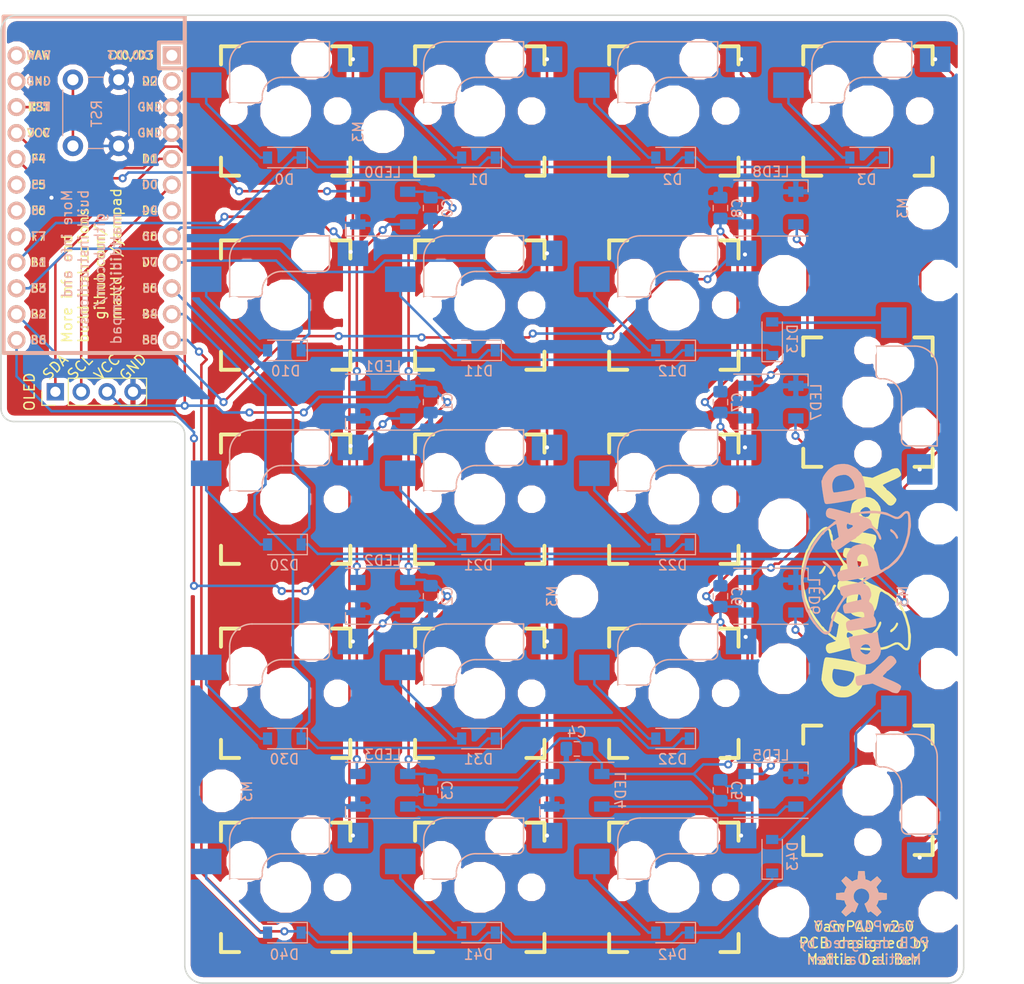
<source format=kicad_pcb>
(kicad_pcb (version 20171130) (host pcbnew 5.1.6)
  (title_block (title Yampad) (date 2019-04-29) (rev 2.0) (company "Mattia Dal Ben"))
  (layers (0 F.Cu signal) (31 B.Cu signal) (34 B.Paste user) (35 F.Paste user) (36 B.SilkS user) (37 F.SilkS user) (38 B.Mask user) (39 F.Mask user) (44 Edge.Cuts user))
  (net 0 "")
  (net 1 VCC)
  (net 2 GND)
  (net 3 ROW0)
  (net 4 "Net-(D0-Pad2)")
  (net 5 "Net-(D1-Pad2)")
  (net 6 "Net-(D2-Pad2)")
  (net 7 "Net-(D3-Pad2)")
  (net 8 "Net-(D10-Pad2)")
  (net 9 ROW1)
  (net 10 "Net-(D11-Pad2)")
  (net 11 "Net-(D12-Pad2)")
  (net 12 "Net-(D13-Pad2)")
  (net 13 ROW2)
  (net 14 "Net-(D20-Pad2)")
  (net 15 "Net-(D21-Pad2)")
  (net 16 "Net-(D22-Pad2)")
  (net 17 ROW3)
  (net 18 "Net-(D30-Pad2)")
  (net 19 "Net-(D31-Pad2)")
  (net 20 "Net-(D32-Pad2)")
  (net 21 ROW4)
  (net 22 "Net-(D40-Pad2)")
  (net 23 "Net-(D41-Pad2)")
  (net 24 "Net-(D42-Pad2)")
  (net 25 "Net-(D43-Pad2)")
  (net 26 PF7)
  (net 27 SDA)
  (net 28 SCL)
  (net 29 COL0)
  (net 30 COL1)
  (net 31 COL2)
  (net 32 COL3)
  (net 33 LEDs)
  (net 34 "Net-(LED0-Pad2)")
  (net 35 "Net-(LED1-Pad2)")
  (net 36 "Net-(LED2-Pad2)")
  (net 37 "Net-(LED3-Pad2)")
  (net 38 "Net-(LED4-Pad2)")
  (net 39 "Net-(LED5-Pad2)")
  (net 40 "Net-(LED6-Pad2)")
  (net 41 "Net-(LED7-Pad2)")
  (net 42 "Net-(LED8-Pad2)")
  (net 43 RST)
  (net 44 "Net-(U0-Pad24)")
  (net 45 "Net-(U0-Pad1)")
  (net 46 "Net-(U0-Pad2)")
  (net 47 "Net-(U0-Pad7)")
  (net 48 "Net-(U0-Pad18)")
  (net 49 "Net-(U0-Pad19)")
  (module Decorative:yampad-logo (layer B.Cu) (at 150.241 115.189 100)
    (fp_text reference G*** hide)
    (fp_text value LOGO hide)
  )
  (module Sparkfun-Aesthetics:OSHW-LOGO-M (layer B.Cu) (at 150.495 147.193 180)
    (fp_text reference "" (at 0 0 180) (layer B.SilkS) (effects (font (size 1.524 1.524)) (justify mirror)))
    (fp_text value "" (at 0 0 180) (layer B.SilkS) (effects (font (size 1.524 1.524)) (justify mirror)))
  )
  (module MountingHole:MountingHole_3.2mm_M3 (layer B.Cu) (at 103.505 72.136)
    (fp_text reference M3 (at -2.413 0 90) (layer B.SilkS) (effects (justify mirror)))
    (fp_text value MountingHole_3.2mm_M3)
    (pad 1 np_thru_hole circle (at 0 0) (size 3.2 3.2) (drill 3.2) (layers *.Cu *.Mask))
  )
  (module MountingHole:MountingHole_3.2mm_M3 (layer B.Cu) (at 122.555 117.729)
    (fp_text reference M3 (at -2.413 0 90) (layer B.SilkS) (effects (justify mirror)))
    (fp_text value MountingHole_3.2mm_M3)
    (pad 1 np_thru_hole circle (at 0 0) (size 3.2 3.2) (drill 3.2) (layers *.Cu *.Mask))
  )
  (module MountingHole:MountingHole_3.2mm_M3 (layer B.Cu) (at 156.972 79.629)
    (fp_text reference M3 (at -2.413 0 90) (layer B.SilkS) (effects (justify mirror)))
    (fp_text value MountingHole_3.2mm_M3)
    (pad 1 np_thru_hole circle (at 0 0) (size 3.2 3.2) (drill 3.2) (layers *.Cu *.Mask))
  )
  (module MountingHole:MountingHole_3.2mm_M3 (layer B.Cu) (at 156.972 117.729)
    (fp_text reference M3 (at -2.413 0 90) (layer B.SilkS) (effects (justify mirror)))
    (fp_text value MountingHole_3.2mm_M3)
    (pad 1 np_thru_hole circle (at 0 0) (size 3.2 3.2) (drill 3.2) (layers *.Cu *.Mask))
  )
  (module kailh-pcb-sockets:Kailh-PCB-Socket-1U-Cutout (layer F.Cu) (at 132.08 108.204)
    (fp_text reference K22 hide)
    (fp_text value KEYSW hide)
    (pad "" np_thru_hole circle (at 0 0) (size 3.9878 3.9878) (drill 3.9878) (layers *.Cu *.Mask))
    (pad "" np_thru_hole circle (at -5.08 0) (size 1.7018 1.7018) (drill 1.7018) (layers *.Cu *.Mask))
    (pad "" np_thru_hole circle (at 5.08 0) (size 1.7018 1.7018) (drill 1.7018) (layers *.Cu *.Mask))
    (pad "" np_thru_hole circle (at 2.54 -5.08) (size 3 3) (drill 3) (layers *.Cu *.Mask))
    (pad "" np_thru_hole circle (at -3.81 -2.54) (size 3 3) (drill 3) (layers *.Cu *.Mask))
    (pad 1 smd rect (at 6.6 -5.08) (size 3 2.5) (layers B.Cu B.Paste B.Mask) (net 31 COL2))
    (pad 2 smd rect (at -7.8 -2.54) (size 3 2.5) (layers B.Cu B.Paste B.Mask) (net 16 "Net-(D22-Pad2)"))
  )
  (module Button_Switch_THT:SW_PUSH_6mm (layer B.Cu) (at 77.597 73.533 90)
    (fp_text reference RST (at 3.175 -2.159 90) (layer B.SilkS) (effects (justify mirror)))
    (fp_text value SW_Push)
    (pad 1 thru_hole circle (at 6.5 0) (size 2 2) (drill 1.1) (layers *.Cu *.Mask) (net 2 GND))
    (pad 2 thru_hole circle (at 6.5 -4.5) (size 2 2) (drill 1.1) (layers *.Cu *.Mask) (net 43 RST))
    (pad 1 thru_hole circle (at 0 0) (size 2 2) (drill 1.1) (layers *.Cu *.Mask) (net 2 GND))
    (pad 2 thru_hole circle (at 0 -4.5) (size 2 2) (drill 1.1) (layers *.Cu *.Mask) (net 43 RST))
  )
  (module Connector_PinHeader_2.54mm:PinHeader_1x04_P2.54mm_Vertical (layer F.Cu) (at 71.374 97.663 90)
    (fp_text reference OLED (at 0 -2.54 270) (layer F.SilkS))
    (fp_text value Conn_01x04)
    (pad 1 thru_hole rect (at 0 0 90) (size 1.7 1.7) (drill 1) (layers *.Cu *.Mask) (net 27 SDA))
    (pad 2 thru_hole oval (at 0 2.54 90) (size 1.7 1.7) (drill 1) (layers *.Cu *.Mask) (net 28 SCL))
    (pad 3 thru_hole oval (at 0 5.08 90) (size 1.7 1.7) (drill 1) (layers *.Cu *.Mask) (net 1 VCC))
    (pad 4 thru_hole oval (at 0 7.62 90) (size 1.7 1.7) (drill 1) (layers *.Cu *.Mask) (net 2 GND))
  )
  (module Diode_SMD:D_SOD-123 (layer B.Cu) (at 93.853 131.699 180)
    (fp_text reference D30 (at 0 -2.032 180) (layer B.SilkS) (effects (justify mirror)))
    (fp_text value D)
    (pad 2 smd rect (at 1.65 0 180) (size 0.9 1.2) (layers B.Cu B.Paste B.Mask) (net 18 "Net-(D30-Pad2)"))
    (pad 1 smd rect (at -1.65 0 180) (size 0.9 1.2) (layers B.Cu B.Paste B.Mask) (net 17 ROW3))
  )
  (module Diode_SMD:D_SOD-123 (layer B.Cu) (at 112.903 131.699 180)
    (fp_text reference D31 (at 0 -2.032 180) (layer B.SilkS) (effects (justify mirror)))
    (fp_text value D)
    (pad 2 smd rect (at 1.65 0 180) (size 0.9 1.2) (layers B.Cu B.Paste B.Mask) (net 19 "Net-(D31-Pad2)"))
    (pad 1 smd rect (at -1.65 0 180) (size 0.9 1.2) (layers B.Cu B.Paste B.Mask) (net 17 ROW3))
  )
  (module Diode_SMD:D_SOD-123 (layer B.Cu) (at 131.953 131.699 180)
    (fp_text reference D32 (at 0 -2.032 180) (layer B.SilkS) (effects (justify mirror)))
    (fp_text value D)
    (pad 2 smd rect (at 1.65 0 180) (size 0.9 1.2) (layers B.Cu B.Paste B.Mask) (net 20 "Net-(D32-Pad2)"))
    (pad 1 smd rect (at -1.65 0 180) (size 0.9 1.2) (layers B.Cu B.Paste B.Mask) (net 17 ROW3))
  )
  (module Diode_SMD:D_SOD-123 (layer B.Cu) (at 93.853 150.749 180)
    (fp_text reference D40 (at 0 -2.159 180) (layer B.SilkS) (effects (justify mirror)))
    (fp_text value D)
    (pad 2 smd rect (at 1.65 0 180) (size 0.9 1.2) (layers B.Cu B.Paste B.Mask) (net 22 "Net-(D40-Pad2)"))
    (pad 1 smd rect (at -1.65 0 180) (size 0.9 1.2) (layers B.Cu B.Paste B.Mask) (net 21 ROW4))
  )
  (module Diode_SMD:D_SOD-123 (layer B.Cu) (at 112.903 150.749 180)
    (fp_text reference D41 (at 0 -2.159 180) (layer B.SilkS) (effects (justify mirror)))
    (fp_text value D)
    (pad 2 smd rect (at 1.65 0 180) (size 0.9 1.2) (layers B.Cu B.Paste B.Mask) (net 23 "Net-(D41-Pad2)"))
    (pad 1 smd rect (at -1.65 0 180) (size 0.9 1.2) (layers B.Cu B.Paste B.Mask) (net 21 ROW4))
  )
  (module Diode_SMD:D_SOD-123 (layer B.Cu) (at 131.953 150.749 180)
    (fp_text reference D42 (at 0 -2.159 180) (layer B.SilkS) (effects (justify mirror)))
    (fp_text value D)
    (pad 2 smd rect (at 1.65 0 180) (size 0.9 1.2) (layers B.Cu B.Paste B.Mask) (net 24 "Net-(D42-Pad2)"))
    (pad 1 smd rect (at -1.65 0 180) (size 0.9 1.2) (layers B.Cu B.Paste B.Mask) (net 21 ROW4))
  )
  (module Diode_SMD:D_SOD-123 (layer B.Cu) (at 141.732 143.256 90)
    (fp_text reference D43 (at 0 2 90) (layer B.SilkS) (effects (justify mirror)))
    (fp_text value D)
    (pad 2 smd rect (at 1.65 0 90) (size 0.9 1.2) (layers B.Cu B.Paste B.Mask) (net 25 "Net-(D43-Pad2)"))
    (pad 1 smd rect (at -1.65 0 90) (size 0.9 1.2) (layers B.Cu B.Paste B.Mask) (net 21 ROW4))
  )
  (module Diode_SMD:D_SOD-123 (layer B.Cu) (at 93.853 93.599 180)
    (fp_text reference D10 (at -0.127 -2.032 180) (layer B.SilkS) (effects (justify mirror)))
    (fp_text value D)
    (pad 2 smd rect (at 1.65 0 180) (size 0.9 1.2) (layers B.Cu B.Paste B.Mask) (net 8 "Net-(D10-Pad2)"))
    (pad 1 smd rect (at -1.65 0 180) (size 0.9 1.2) (layers B.Cu B.Paste B.Mask) (net 9 ROW1))
  )
  (module Diode_SMD:D_SOD-123 (layer B.Cu) (at 93.853 112.649 180)
    (fp_text reference D20 (at 0 -2.032 180) (layer B.SilkS) (effects (justify mirror)))
    (fp_text value D)
    (pad 2 smd rect (at 1.65 0 180) (size 0.9 1.2) (layers B.Cu B.Paste B.Mask) (net 14 "Net-(D20-Pad2)"))
    (pad 1 smd rect (at -1.65 0 180) (size 0.9 1.2) (layers B.Cu B.Paste B.Mask) (net 13 ROW2))
  )
  (module Diode_SMD:D_SOD-123 (layer B.Cu) (at 112.903 112.649 180)
    (fp_text reference D21 (at 0 -2.032 180) (layer B.SilkS) (effects (justify mirror)))
    (fp_text value D)
    (pad 2 smd rect (at 1.65 0 180) (size 0.9 1.2) (layers B.Cu B.Paste B.Mask) (net 15 "Net-(D21-Pad2)"))
    (pad 1 smd rect (at -1.65 0 180) (size 0.9 1.2) (layers B.Cu B.Paste B.Mask) (net 13 ROW2))
  )
  (module Diode_SMD:D_SOD-123 (layer B.Cu) (at 131.953 112.649 180)
    (fp_text reference D22 (at 0 -2.032 180) (layer B.SilkS) (effects (justify mirror)))
    (fp_text value D)
    (pad 2 smd rect (at 1.65 0 180) (size 0.9 1.2) (layers B.Cu B.Paste B.Mask) (net 16 "Net-(D22-Pad2)"))
    (pad 1 smd rect (at -1.65 0 180) (size 0.9 1.2) (layers B.Cu B.Paste B.Mask) (net 13 ROW2))
  )
  (module Diode_SMD:D_SOD-123 (layer B.Cu) (at 112.903 93.599 180)
    (fp_text reference D11 (at 0 -2.032 180) (layer B.SilkS) (effects (justify mirror)))
    (fp_text value D)
    (pad 2 smd rect (at 1.65 0 180) (size 0.9 1.2) (layers B.Cu B.Paste B.Mask) (net 10 "Net-(D11-Pad2)"))
    (pad 1 smd rect (at -1.65 0 180) (size 0.9 1.2) (layers B.Cu B.Paste B.Mask) (net 9 ROW1))
  )
  (module Diode_SMD:D_SOD-123 (layer B.Cu) (at 131.953 93.599 180)
    (fp_text reference D12 (at 0 -2.032 180) (layer B.SilkS) (effects (justify mirror)))
    (fp_text value D)
    (pad 2 smd rect (at 1.65 0 180) (size 0.9 1.2) (layers B.Cu B.Paste B.Mask) (net 11 "Net-(D12-Pad2)"))
    (pad 1 smd rect (at -1.65 0 180) (size 0.9 1.2) (layers B.Cu B.Paste B.Mask) (net 9 ROW1))
  )
  (module Diode_SMD:D_SOD-123 (layer B.Cu) (at 141.732 92.456 90)
    (fp_text reference D13 (at 0 2 90) (layer B.SilkS) (effects (justify mirror)))
    (fp_text value D)
    (pad 2 smd rect (at 1.65 0 90) (size 0.9 1.2) (layers B.Cu B.Paste B.Mask) (net 12 "Net-(D13-Pad2)"))
    (pad 1 smd rect (at -1.65 0 90) (size 0.9 1.2) (layers B.Cu B.Paste B.Mask) (net 9 ROW1))
  )
  (module Diode_SMD:D_SOD-123 (layer B.Cu) (at 131.953 74.676 180)
    (fp_text reference D2 (at 0 -2.159 180) (layer B.SilkS) (effects (justify mirror)))
    (fp_text value D)
    (pad 2 smd rect (at 1.65 0 180) (size 0.9 1.2) (layers B.Cu B.Paste B.Mask) (net 6 "Net-(D2-Pad2)"))
    (pad 1 smd rect (at -1.65 0 180) (size 0.9 1.2) (layers B.Cu B.Paste B.Mask) (net 3 ROW0))
  )
  (module Diode_SMD:D_SOD-123 (layer B.Cu) (at 151.003 74.676 180)
    (fp_text reference D3 (at 0 -2.159 180) (layer B.SilkS) (effects (justify mirror)))
    (fp_text value D)
    (pad 2 smd rect (at 1.65 0 180) (size 0.9 1.2) (layers B.Cu B.Paste B.Mask) (net 7 "Net-(D3-Pad2)"))
    (pad 1 smd rect (at -1.65 0 180) (size 0.9 1.2) (layers B.Cu B.Paste B.Mask) (net 3 ROW0))
  )
  (module Diode_SMD:D_SOD-123 (layer B.Cu) (at 93.853 74.676 180)
    (fp_text reference D0 (at 0 -2.159 180) (layer B.SilkS) (effects (justify mirror)))
    (fp_text value D)
    (pad 2 smd rect (at 1.65 0 180) (size 0.9 1.2) (layers B.Cu B.Paste B.Mask) (net 4 "Net-(D0-Pad2)"))
    (pad 1 smd rect (at -1.65 0 180) (size 0.9 1.2) (layers B.Cu B.Paste B.Mask) (net 3 ROW0))
  )
  (module Diode_SMD:D_SOD-123 (layer B.Cu) (at 112.903 74.676 180)
    (fp_text reference D1 (at 0 -2.159 180) (layer B.SilkS) (effects (justify mirror)))
    (fp_text value D)
    (pad 2 smd rect (at 1.65 0 180) (size 0.9 1.2) (layers B.Cu B.Paste B.Mask) (net 5 "Net-(D1-Pad2)"))
    (pad 1 smd rect (at -1.65 0 180) (size 0.9 1.2) (layers B.Cu B.Paste B.Mask) (net 3 ROW0))
  )
  (module kailh-pcb-sockets:Kailh-PCB-Socket-2U (layer F.Cu) (at 151.13 136.779 270)
    (fp_text reference K43 hide)
    (fp_text value KEYSW hide)
    (pad "" np_thru_hole circle (at 0 0 270) (size 3.9878 3.9878) (drill 3.9878) (layers *.Cu *.Mask))
    (pad "" np_thru_hole circle (at -5.08 0 270) (size 1.7018 1.7018) (drill 1.7018) (layers *.Cu *.Mask))
    (pad "" np_thru_hole circle (at 5.08 0 270) (size 1.7018 1.7018) (drill 1.7018) (layers *.Cu *.Mask))
    (pad "" np_thru_hole circle (at -11.938 -6.985 270) (size 3.048 3.048) (drill 3.048) (layers *.Cu *.Mask))
    (pad "" np_thru_hole circle (at 11.938 -6.985 270) (size 3.048 3.048) (drill 3.048) (layers *.Cu *.Mask))
    (pad "" np_thru_hole circle (at -11.938 8.255 270) (size 3.9878 3.9878) (drill 3.9878) (layers *.Cu *.Mask))
    (pad "" np_thru_hole circle (at 11.938 8.255 270) (size 3.9878 3.9878) (drill 3.9878) (layers *.Cu *.Mask))
    (pad "" np_thru_hole circle (at 2.54 -5.08 270) (size 3 3) (drill 3) (layers *.Cu *.Mask))
    (pad "" np_thru_hole circle (at -3.81 -2.54 270) (size 3 3) (drill 3) (layers *.Cu *.Mask))
    (pad 1 smd rect (at 6.6 -5.08 270) (size 3 2.5) (layers B.Cu B.Paste B.Mask) (net 32 COL3))
    (pad 2 smd rect (at -7.8 -2.54 270) (size 3 2.5) (layers B.Cu B.Paste B.Mask) (net 25 "Net-(D43-Pad2)"))
  )
  (module kailh-pcb-sockets:Kailh-PCB-Socket-2U (layer F.Cu) (at 151.13 98.679 270)
    (fp_text reference K13 hide)
    (fp_text value KEYSW hide)
    (pad "" np_thru_hole circle (at 0 0 270) (size 3.9878 3.9878) (drill 3.9878) (layers *.Cu *.Mask))
    (pad "" np_thru_hole circle (at -5.08 0 270) (size 1.7018 1.7018) (drill 1.7018) (layers *.Cu *.Mask))
    (pad "" np_thru_hole circle (at 5.08 0 270) (size 1.7018 1.7018) (drill 1.7018) (layers *.Cu *.Mask))
    (pad "" np_thru_hole circle (at -11.938 -6.985 270) (size 3.048 3.048) (drill 3.048) (layers *.Cu *.Mask))
    (pad "" np_thru_hole circle (at 11.938 -6.985 270) (size 3.048 3.048) (drill 3.048) (layers *.Cu *.Mask))
    (pad "" np_thru_hole circle (at -11.938 8.255 270) (size 3.9878 3.9878) (drill 3.9878) (layers *.Cu *.Mask))
    (pad "" np_thru_hole circle (at 11.938 8.255 270) (size 3.9878 3.9878) (drill 3.9878) (layers *.Cu *.Mask))
    (pad "" np_thru_hole circle (at 2.54 -5.08 270) (size 3 3) (drill 3) (layers *.Cu *.Mask))
    (pad "" np_thru_hole circle (at -3.81 -2.54 270) (size 3 3) (drill 3) (layers *.Cu *.Mask))
    (pad 1 smd rect (at 6.6 -5.08 270) (size 3 2.5) (layers B.Cu B.Paste B.Mask) (net 32 COL3))
    (pad 2 smd rect (at -7.8 -2.54 270) (size 3 2.5) (layers B.Cu B.Paste B.Mask) (net 12 "Net-(D13-Pad2)"))
  )
  (module Capacitor_SMD:C_0805_2012Metric_Pad1.15x1.40mm_HandSolder (layer B.Cu) (at 108.204 79.629 90)
    (fp_text reference C0 (at 0 1.65 90) (layer B.SilkS) (effects (justify mirror)))
    (fp_text value 104)
    (pad 2 smd roundrect (at 1.025 0 90) (size 1.15 1.4) (layers B.Cu B.Paste B.Mask) (roundrect_rratio 0.217391) (net 1 VCC))
    (pad 1 smd roundrect (at -1.025 0 90) (size 1.15 1.4) (layers B.Cu B.Paste B.Mask) (roundrect_rratio 0.217391) (net 2 GND))
  )
  (module Capacitor_SMD:C_0805_2012Metric_Pad1.15x1.40mm_HandSolder (layer B.Cu) (at 108.204 98.679 90)
    (fp_text reference C1 (at 0 1.65 90) (layer B.SilkS) (effects (justify mirror)))
    (fp_text value 104)
    (pad 2 smd roundrect (at 1.025 0 90) (size 1.15 1.4) (layers B.Cu B.Paste B.Mask) (roundrect_rratio 0.217391) (net 1 VCC))
    (pad 1 smd roundrect (at -1.025 0 90) (size 1.15 1.4) (layers B.Cu B.Paste B.Mask) (roundrect_rratio 0.217391) (net 2 GND))
  )
  (module Capacitor_SMD:C_0805_2012Metric_Pad1.15x1.40mm_HandSolder (layer B.Cu) (at 108.204 117.729 90)
    (fp_text reference C2 (at 0 1.65 90) (layer B.SilkS) (effects (justify mirror)))
    (fp_text value 104)
    (pad 2 smd roundrect (at 1.025 0 90) (size 1.15 1.4) (layers B.Cu B.Paste B.Mask) (roundrect_rratio 0.217391) (net 1 VCC))
    (pad 1 smd roundrect (at -1.025 0 90) (size 1.15 1.4) (layers B.Cu B.Paste B.Mask) (roundrect_rratio 0.217391) (net 2 GND))
  )
  (module Capacitor_SMD:C_0805_2012Metric_Pad1.15x1.40mm_HandSolder (layer B.Cu) (at 108.204 136.779 90)
    (fp_text reference C3 (at 0 1.65 90) (layer B.SilkS) (effects (justify mirror)))
    (fp_text value 104)
    (pad 2 smd roundrect (at 1.025 0 90) (size 1.15 1.4) (layers B.Cu B.Paste B.Mask) (roundrect_rratio 0.217391) (net 1 VCC))
    (pad 1 smd roundrect (at -1.025 0 90) (size 1.15 1.4) (layers B.Cu B.Paste B.Mask) (roundrect_rratio 0.217391) (net 2 GND))
  )
  (module Capacitor_SMD:C_0805_2012Metric_Pad1.15x1.40mm_HandSolder (layer B.Cu) (at 122.555 132.715)
    (fp_text reference C4 (at 0 -1.651) (layer B.SilkS) (effects (justify mirror)))
    (fp_text value 104)
    (pad 1 smd roundrect (at -1.025 0) (size 1.15 1.4) (layers B.Cu B.Paste B.Mask) (roundrect_rratio 0.217391) (net 2 GND))
    (pad 2 smd roundrect (at 1.025 0) (size 1.15 1.4) (layers B.Cu B.Paste B.Mask) (roundrect_rratio 0.217391) (net 1 VCC))
  )
  (module Capacitor_SMD:C_0805_2012Metric_Pad1.15x1.40mm_HandSolder (layer B.Cu) (at 136.652 136.779 270)
    (fp_text reference C5 (at 0 -1.651 270) (layer B.SilkS) (effects (justify mirror)))
    (fp_text value 104)
    (pad 1 smd roundrect (at -1.025 0 270) (size 1.15 1.4) (layers B.Cu B.Paste B.Mask) (roundrect_rratio 0.217391) (net 2 GND))
    (pad 2 smd roundrect (at 1.025 0 270) (size 1.15 1.4) (layers B.Cu B.Paste B.Mask) (roundrect_rratio 0.217391) (net 1 VCC))
  )
  (module Capacitor_SMD:C_0805_2012Metric_Pad1.15x1.40mm_HandSolder (layer B.Cu) (at 136.652 117.729 270)
    (fp_text reference C6 (at 0 -1.651 270) (layer B.SilkS) (effects (justify mirror)))
    (fp_text value 104)
    (pad 1 smd roundrect (at -1.025 0 270) (size 1.15 1.4) (layers B.Cu B.Paste B.Mask) (roundrect_rratio 0.217391) (net 2 GND))
    (pad 2 smd roundrect (at 1.025 0 270) (size 1.15 1.4) (layers B.Cu B.Paste B.Mask) (roundrect_rratio 0.217391) (net 1 VCC))
  )
  (module Capacitor_SMD:C_0805_2012Metric_Pad1.15x1.40mm_HandSolder (layer B.Cu) (at 136.652 98.679 270)
    (fp_text reference C7 (at 0 -1.651 270) (layer B.SilkS) (effects (justify mirror)))
    (fp_text value 104)
    (pad 1 smd roundrect (at -1.025 0 270) (size 1.15 1.4) (layers B.Cu B.Paste B.Mask) (roundrect_rratio 0.217391) (net 2 GND))
    (pad 2 smd roundrect (at 1.025 0 270) (size 1.15 1.4) (layers B.Cu B.Paste B.Mask) (roundrect_rratio 0.217391) (net 1 VCC))
  )
  (module Capacitor_SMD:C_0805_2012Metric_Pad1.15x1.40mm_HandSolder (layer B.Cu) (at 136.652 79.629 270)
    (fp_text reference C8 (at 0 -1.651 270) (layer B.SilkS) (effects (justify mirror)))
    (fp_text value 104)
    (pad 1 smd roundrect (at -1.025 0 270) (size 1.15 1.4) (layers B.Cu B.Paste B.Mask) (roundrect_rratio 0.217391) (net 2 GND))
    (pad 2 smd roundrect (at 1.025 0 270) (size 1.15 1.4) (layers B.Cu B.Paste B.Mask) (roundrect_rratio 0.217391) (net 1 VCC))
  )
  (module kailh-pcb-sockets:Kailh-PCB-Socket-1U-Cutout (layer F.Cu) (at 93.98 70.104)
    (fp_text reference K0 hide)
    (fp_text value KEYSW hide)
    (pad "" np_thru_hole circle (at 0 0) (size 3.9878 3.9878) (drill 3.9878) (layers *.Cu *.Mask))
    (pad "" np_thru_hole circle (at -5.08 0) (size 1.7018 1.7018) (drill 1.7018) (layers *.Cu *.Mask))
    (pad "" np_thru_hole circle (at 5.08 0) (size 1.7018 1.7018) (drill 1.7018) (layers *.Cu *.Mask))
    (pad "" np_thru_hole circle (at 2.54 -5.08) (size 3 3) (drill 3) (layers *.Cu *.Mask))
    (pad "" np_thru_hole circle (at -3.81 -2.54) (size 3 3) (drill 3) (layers *.Cu *.Mask))
    (pad 1 smd rect (at 6.6 -5.08) (size 3 2.5) (layers B.Cu B.Paste B.Mask) (net 29 COL0))
    (pad 2 smd rect (at -7.8 -2.54) (size 3 2.5) (layers B.Cu B.Paste B.Mask) (net 4 "Net-(D0-Pad2)"))
  )
  (module kailh-pcb-sockets:Kailh-PCB-Socket-1U-Cutout (layer F.Cu) (at 113.03 70.104)
    (fp_text reference K1 hide)
    (fp_text value KEYSW hide)
    (pad 2 smd rect (at -7.8 -2.54) (size 3 2.5) (layers B.Cu B.Paste B.Mask) (net 5 "Net-(D1-Pad2)"))
    (pad 1 smd rect (at 6.6 -5.08) (size 3 2.5) (layers B.Cu B.Paste B.Mask) (net 30 COL1))
    (pad "" np_thru_hole circle (at -3.81 -2.54) (size 3 3) (drill 3) (layers *.Cu *.Mask))
    (pad "" np_thru_hole circle (at 2.54 -5.08) (size 3 3) (drill 3) (layers *.Cu *.Mask))
    (pad "" np_thru_hole circle (at 5.08 0) (size 1.7018 1.7018) (drill 1.7018) (layers *.Cu *.Mask))
    (pad "" np_thru_hole circle (at -5.08 0) (size 1.7018 1.7018) (drill 1.7018) (layers *.Cu *.Mask))
    (pad "" np_thru_hole circle (at 0 0) (size 3.9878 3.9878) (drill 3.9878) (layers *.Cu *.Mask))
  )
  (module kailh-pcb-sockets:Kailh-PCB-Socket-1U-Cutout (layer F.Cu) (at 132.08 70.104)
    (fp_text reference K2 hide)
    (fp_text value KEYSW hide)
    (pad 2 smd rect (at -7.8 -2.54) (size 3 2.5) (layers B.Cu B.Paste B.Mask) (net 6 "Net-(D2-Pad2)"))
    (pad 1 smd rect (at 6.6 -5.08) (size 3 2.5) (layers B.Cu B.Paste B.Mask) (net 31 COL2))
    (pad "" np_thru_hole circle (at -3.81 -2.54) (size 3 3) (drill 3) (layers *.Cu *.Mask))
    (pad "" np_thru_hole circle (at 2.54 -5.08) (size 3 3) (drill 3) (layers *.Cu *.Mask))
    (pad "" np_thru_hole circle (at 5.08 0) (size 1.7018 1.7018) (drill 1.7018) (layers *.Cu *.Mask))
    (pad "" np_thru_hole circle (at -5.08 0) (size 1.7018 1.7018) (drill 1.7018) (layers *.Cu *.Mask))
    (pad "" np_thru_hole circle (at 0 0) (size 3.9878 3.9878) (drill 3.9878) (layers *.Cu *.Mask))
  )
  (module kailh-pcb-sockets:Kailh-PCB-Socket-1U-Cutout (layer F.Cu) (at 151.13 70.104)
    (fp_text reference K3 hide)
    (fp_text value KEYSW hide)
    (pad "" np_thru_hole circle (at 0 0) (size 3.9878 3.9878) (drill 3.9878) (layers *.Cu *.Mask))
    (pad "" np_thru_hole circle (at -5.08 0) (size 1.7018 1.7018) (drill 1.7018) (layers *.Cu *.Mask))
    (pad "" np_thru_hole circle (at 5.08 0) (size 1.7018 1.7018) (drill 1.7018) (layers *.Cu *.Mask))
    (pad "" np_thru_hole circle (at 2.54 -5.08) (size 3 3) (drill 3) (layers *.Cu *.Mask))
    (pad "" np_thru_hole circle (at -3.81 -2.54) (size 3 3) (drill 3) (layers *.Cu *.Mask))
    (pad 1 smd rect (at 6.6 -5.08) (size 3 2.5) (layers B.Cu B.Paste B.Mask) (net 32 COL3))
    (pad 2 smd rect (at -7.8 -2.54) (size 3 2.5) (layers B.Cu B.Paste B.Mask) (net 7 "Net-(D3-Pad2)"))
  )
  (module kailh-pcb-sockets:Kailh-PCB-Socket-1U-Cutout (layer F.Cu) (at 93.98 89.154)
    (fp_text reference K10 hide)
    (fp_text value KEYSW hide)
    (pad "" np_thru_hole circle (at 0 0) (size 3.9878 3.9878) (drill 3.9878) (layers *.Cu *.Mask))
    (pad "" np_thru_hole circle (at -5.08 0) (size 1.7018 1.7018) (drill 1.7018) (layers *.Cu *.Mask))
    (pad "" np_thru_hole circle (at 5.08 0) (size 1.7018 1.7018) (drill 1.7018) (layers *.Cu *.Mask))
    (pad "" np_thru_hole circle (at 2.54 -5.08) (size 3 3) (drill 3) (layers *.Cu *.Mask))
    (pad "" np_thru_hole circle (at -3.81 -2.54) (size 3 3) (drill 3) (layers *.Cu *.Mask))
    (pad 1 smd rect (at 6.6 -5.08) (size 3 2.5) (layers B.Cu B.Paste B.Mask) (net 29 COL0))
    (pad 2 smd rect (at -7.8 -2.54) (size 3 2.5) (layers B.Cu B.Paste B.Mask) (net 8 "Net-(D10-Pad2)"))
  )
  (module kailh-pcb-sockets:Kailh-PCB-Socket-1U-Cutout (layer F.Cu) (at 113.03 89.154)
    (fp_text reference K11 hide)
    (fp_text value KEYSW hide)
    (pad 2 smd rect (at -7.8 -2.54) (size 3 2.5) (layers B.Cu B.Paste B.Mask) (net 10 "Net-(D11-Pad2)"))
    (pad 1 smd rect (at 6.6 -5.08) (size 3 2.5) (layers B.Cu B.Paste B.Mask) (net 30 COL1))
    (pad "" np_thru_hole circle (at -3.81 -2.54) (size 3 3) (drill 3) (layers *.Cu *.Mask))
    (pad "" np_thru_hole circle (at 2.54 -5.08) (size 3 3) (drill 3) (layers *.Cu *.Mask))
    (pad "" np_thru_hole circle (at 5.08 0) (size 1.7018 1.7018) (drill 1.7018) (layers *.Cu *.Mask))
    (pad "" np_thru_hole circle (at -5.08 0) (size 1.7018 1.7018) (drill 1.7018) (layers *.Cu *.Mask))
    (pad "" np_thru_hole circle (at 0 0) (size 3.9878 3.9878) (drill 3.9878) (layers *.Cu *.Mask))
  )
  (module kailh-pcb-sockets:Kailh-PCB-Socket-1U-Cutout (layer F.Cu) (at 132.08 89.154)
    (fp_text reference K12 hide)
    (fp_text value KEYSW hide)
    (pad "" np_thru_hole circle (at 0 0) (size 3.9878 3.9878) (drill 3.9878) (layers *.Cu *.Mask))
    (pad "" np_thru_hole circle (at -5.08 0) (size 1.7018 1.7018) (drill 1.7018) (layers *.Cu *.Mask))
    (pad "" np_thru_hole circle (at 5.08 0) (size 1.7018 1.7018) (drill 1.7018) (layers *.Cu *.Mask))
    (pad "" np_thru_hole circle (at 2.54 -5.08) (size 3 3) (drill 3) (layers *.Cu *.Mask))
    (pad "" np_thru_hole circle (at -3.81 -2.54) (size 3 3) (drill 3) (layers *.Cu *.Mask))
    (pad 1 smd rect (at 6.6 -5.08) (size 3 2.5) (layers B.Cu B.Paste B.Mask) (net 31 COL2))
    (pad 2 smd rect (at -7.8 -2.54) (size 3 2.5) (layers B.Cu B.Paste B.Mask) (net 11 "Net-(D12-Pad2)"))
  )
  (module kailh-pcb-sockets:Kailh-PCB-Socket-1U-Cutout (layer F.Cu) (at 93.98 108.204)
    (fp_text reference K20 hide)
    (fp_text value KEYSW hide)
    (pad "" np_thru_hole circle (at 0 0) (size 3.9878 3.9878) (drill 3.9878) (layers *.Cu *.Mask))
    (pad "" np_thru_hole circle (at -5.08 0) (size 1.7018 1.7018) (drill 1.7018) (layers *.Cu *.Mask))
    (pad "" np_thru_hole circle (at 5.08 0) (size 1.7018 1.7018) (drill 1.7018) (layers *.Cu *.Mask))
    (pad "" np_thru_hole circle (at 2.54 -5.08) (size 3 3) (drill 3) (layers *.Cu *.Mask))
    (pad "" np_thru_hole circle (at -3.81 -2.54) (size 3 3) (drill 3) (layers *.Cu *.Mask))
    (pad 1 smd rect (at 6.6 -5.08) (size 3 2.5) (layers B.Cu B.Paste B.Mask) (net 29 COL0))
    (pad 2 smd rect (at -7.8 -2.54) (size 3 2.5) (layers B.Cu B.Paste B.Mask) (net 14 "Net-(D20-Pad2)"))
  )
  (module kailh-pcb-sockets:Kailh-PCB-Socket-1U-Cutout (layer F.Cu) (at 113.03 108.204)
    (fp_text reference K21 hide)
    (fp_text value KEYSW hide)
    (pad 2 smd rect (at -7.8 -2.54) (size 3 2.5) (layers B.Cu B.Paste B.Mask) (net 15 "Net-(D21-Pad2)"))
    (pad 1 smd rect (at 6.6 -5.08) (size 3 2.5) (layers B.Cu B.Paste B.Mask) (net 30 COL1))
    (pad "" np_thru_hole circle (at -3.81 -2.54) (size 3 3) (drill 3) (layers *.Cu *.Mask))
    (pad "" np_thru_hole circle (at 2.54 -5.08) (size 3 3) (drill 3) (layers *.Cu *.Mask))
    (pad "" np_thru_hole circle (at 5.08 0) (size 1.7018 1.7018) (drill 1.7018) (layers *.Cu *.Mask))
    (pad "" np_thru_hole circle (at -5.08 0) (size 1.7018 1.7018) (drill 1.7018) (layers *.Cu *.Mask))
    (pad "" np_thru_hole circle (at 0 0) (size 3.9878 3.9878) (drill 3.9878) (layers *.Cu *.Mask))
  )
  (module kailh-pcb-sockets:Kailh-PCB-Socket-1U-Cutout (layer F.Cu) (at 93.98 127.254)
    (fp_text reference K30 hide)
    (fp_text value KEYSW hide)
    (pad 2 smd rect (at -7.8 -2.54) (size 3 2.5) (layers B.Cu B.Paste B.Mask) (net 18 "Net-(D30-Pad2)"))
    (pad 1 smd rect (at 6.6 -5.08) (size 3 2.5) (layers B.Cu B.Paste B.Mask) (net 29 COL0))
    (pad "" np_thru_hole circle (at -3.81 -2.54) (size 3 3) (drill 3) (layers *.Cu *.Mask))
    (pad "" np_thru_hole circle (at 2.54 -5.08) (size 3 3) (drill 3) (layers *.Cu *.Mask))
    (pad "" np_thru_hole circle (at 5.08 0) (size 1.7018 1.7018) (drill 1.7018) (layers *.Cu *.Mask))
    (pad "" np_thru_hole circle (at -5.08 0) (size 1.7018 1.7018) (drill 1.7018) (layers *.Cu *.Mask))
    (pad "" np_thru_hole circle (at 0 0) (size 3.9878 3.9878) (drill 3.9878) (layers *.Cu *.Mask))
  )
  (module kailh-pcb-sockets:Kailh-PCB-Socket-1U-Cutout (layer F.Cu) (at 113.03 127.254)
    (fp_text reference K31 hide)
    (fp_text value KEYSW hide)
    (pad "" np_thru_hole circle (at 0 0) (size 3.9878 3.9878) (drill 3.9878) (layers *.Cu *.Mask))
    (pad "" np_thru_hole circle (at -5.08 0) (size 1.7018 1.7018) (drill 1.7018) (layers *.Cu *.Mask))
    (pad "" np_thru_hole circle (at 5.08 0) (size 1.7018 1.7018) (drill 1.7018) (layers *.Cu *.Mask))
    (pad "" np_thru_hole circle (at 2.54 -5.08) (size 3 3) (drill 3) (layers *.Cu *.Mask))
    (pad "" np_thru_hole circle (at -3.81 -2.54) (size 3 3) (drill 3) (layers *.Cu *.Mask))
    (pad 1 smd rect (at 6.6 -5.08) (size 3 2.5) (layers B.Cu B.Paste B.Mask) (net 30 COL1))
    (pad 2 smd rect (at -7.8 -2.54) (size 3 2.5) (layers B.Cu B.Paste B.Mask) (net 19 "Net-(D31-Pad2)"))
  )
  (module kailh-pcb-sockets:Kailh-PCB-Socket-1U-Cutout (layer F.Cu) (at 132.08 127.254)
    (fp_text reference K32 hide)
    (fp_text value KEYSW hide)
    (pad 2 smd rect (at -7.8 -2.54) (size 3 2.5) (layers B.Cu B.Paste B.Mask) (net 20 "Net-(D32-Pad2)"))
    (pad 1 smd rect (at 6.6 -5.08) (size 3 2.5) (layers B.Cu B.Paste B.Mask) (net 31 COL2))
    (pad "" np_thru_hole circle (at -3.81 -2.54) (size 3 3) (drill 3) (layers *.Cu *.Mask))
    (pad "" np_thru_hole circle (at 2.54 -5.08) (size 3 3) (drill 3) (layers *.Cu *.Mask))
    (pad "" np_thru_hole circle (at 5.08 0) (size 1.7018 1.7018) (drill 1.7018) (layers *.Cu *.Mask))
    (pad "" np_thru_hole circle (at -5.08 0) (size 1.7018 1.7018) (drill 1.7018) (layers *.Cu *.Mask))
    (pad "" np_thru_hole circle (at 0 0) (size 3.9878 3.9878) (drill 3.9878) (layers *.Cu *.Mask))
  )
  (module kailh-pcb-sockets:Kailh-PCB-Socket-1U-Cutout (layer F.Cu) (at 93.98 146.304)
    (fp_text reference K40 hide)
    (fp_text value KEYSW hide)
    (pad "" np_thru_hole circle (at 0 0) (size 3.9878 3.9878) (drill 3.9878) (layers *.Cu *.Mask))
    (pad "" np_thru_hole circle (at -5.08 0) (size 1.7018 1.7018) (drill 1.7018) (layers *.Cu *.Mask))
    (pad "" np_thru_hole circle (at 5.08 0) (size 1.7018 1.7018) (drill 1.7018) (layers *.Cu *.Mask))
    (pad "" np_thru_hole circle (at 2.54 -5.08) (size 3 3) (drill 3) (layers *.Cu *.Mask))
    (pad "" np_thru_hole circle (at -3.81 -2.54) (size 3 3) (drill 3) (layers *.Cu *.Mask))
    (pad 1 smd rect (at 6.6 -5.08) (size 3 2.5) (layers B.Cu B.Paste B.Mask) (net 29 COL0))
    (pad 2 smd rect (at -7.8 -2.54) (size 3 2.5) (layers B.Cu B.Paste B.Mask) (net 22 "Net-(D40-Pad2)"))
  )
  (module kailh-pcb-sockets:Kailh-PCB-Socket-1U-Cutout (layer F.Cu) (at 113.03 146.304)
    (fp_text reference K41 hide)
    (fp_text value KEYSW hide)
    (pad 2 smd rect (at -7.8 -2.54) (size 3 2.5) (layers B.Cu B.Paste B.Mask) (net 23 "Net-(D41-Pad2)"))
    (pad 1 smd rect (at 6.6 -5.08) (size 3 2.5) (layers B.Cu B.Paste B.Mask) (net 30 COL1))
    (pad "" np_thru_hole circle (at -3.81 -2.54) (size 3 3) (drill 3) (layers *.Cu *.Mask))
    (pad "" np_thru_hole circle (at 2.54 -5.08) (size 3 3) (drill 3) (layers *.Cu *.Mask))
    (pad "" np_thru_hole circle (at 5.08 0) (size 1.7018 1.7018) (drill 1.7018) (layers *.Cu *.Mask))
    (pad "" np_thru_hole circle (at -5.08 0) (size 1.7018 1.7018) (drill 1.7018) (layers *.Cu *.Mask))
    (pad "" np_thru_hole circle (at 0 0) (size 3.9878 3.9878) (drill 3.9878) (layers *.Cu *.Mask))
  )
  (module kailh-pcb-sockets:Kailh-PCB-Socket-1U-Cutout (layer F.Cu) (at 132.08 146.304)
    (fp_text reference K42 hide)
    (fp_text value KEYSW hide)
    (pad "" np_thru_hole circle (at 0 0) (size 3.9878 3.9878) (drill 3.9878) (layers *.Cu *.Mask))
    (pad "" np_thru_hole circle (at -5.08 0) (size 1.7018 1.7018) (drill 1.7018) (layers *.Cu *.Mask))
    (pad "" np_thru_hole circle (at 5.08 0) (size 1.7018 1.7018) (drill 1.7018) (layers *.Cu *.Mask))
    (pad "" np_thru_hole circle (at 2.54 -5.08) (size 3 3) (drill 3) (layers *.Cu *.Mask))
    (pad "" np_thru_hole circle (at -3.81 -2.54) (size 3 3) (drill 3) (layers *.Cu *.Mask))
    (pad 1 smd rect (at 6.6 -5.08) (size 3 2.5) (layers B.Cu B.Paste B.Mask) (net 31 COL2))
    (pad 2 smd rect (at -7.8 -2.54) (size 3 2.5) (layers B.Cu B.Paste B.Mask) (net 24 "Net-(D42-Pad2)"))
  )
  (module LED_SMD:LED_WS2812B_PLCC4_5.0x5.0mm_P3.2mm (layer B.Cu) (at 103.505 79.629 180)
    (fp_text reference LED0 (at 0 3.5 180) (layer B.SilkS) (effects (justify mirror)))
    (fp_text value WS2812B)
    (pad 3 smd rect (at 2.45 -1.6 180) (size 1.5 1) (layers B.Cu B.Paste B.Mask) (net 2 GND))
    (pad 4 smd rect (at 2.45 1.6 180) (size 1.5 1) (layers B.Cu B.Paste B.Mask) (net 33 LEDs))
    (pad 2 smd rect (at -2.45 -1.6 180) (size 1.5 1) (layers B.Cu B.Paste B.Mask) (net 34 "Net-(LED0-Pad2)"))
    (pad 1 smd rect (at -2.45 1.6 180) (size 1.5 1) (layers B.Cu B.Paste B.Mask) (net 1 VCC))
  )
  (module LED_SMD:LED_WS2812B_PLCC4_5.0x5.0mm_P3.2mm (layer B.Cu) (at 103.505 98.679 180)
    (fp_text reference LED1 (at 0 3.5 180) (layer B.SilkS) (effects (justify mirror)))
    (fp_text value WS2812B)
    (pad 3 smd rect (at 2.45 -1.6 180) (size 1.5 1) (layers B.Cu B.Paste B.Mask) (net 2 GND))
    (pad 4 smd rect (at 2.45 1.6 180) (size 1.5 1) (layers B.Cu B.Paste B.Mask) (net 34 "Net-(LED0-Pad2)"))
    (pad 2 smd rect (at -2.45 -1.6 180) (size 1.5 1) (layers B.Cu B.Paste B.Mask) (net 35 "Net-(LED1-Pad2)"))
    (pad 1 smd rect (at -2.45 1.6 180) (size 1.5 1) (layers B.Cu B.Paste B.Mask) (net 1 VCC))
  )
  (module LED_SMD:LED_WS2812B_PLCC4_5.0x5.0mm_P3.2mm (layer B.Cu) (at 103.505 117.729 180)
    (fp_text reference LED2 (at 0 3.5 180) (layer B.SilkS) (effects (justify mirror)))
    (fp_text value WS2812B)
    (pad 3 smd rect (at 2.45 -1.6 180) (size 1.5 1) (layers B.Cu B.Paste B.Mask) (net 2 GND))
    (pad 4 smd rect (at 2.45 1.6 180) (size 1.5 1) (layers B.Cu B.Paste B.Mask) (net 35 "Net-(LED1-Pad2)"))
    (pad 2 smd rect (at -2.45 -1.6 180) (size 1.5 1) (layers B.Cu B.Paste B.Mask) (net 36 "Net-(LED2-Pad2)"))
    (pad 1 smd rect (at -2.45 1.6 180) (size 1.5 1) (layers B.Cu B.Paste B.Mask) (net 1 VCC))
  )
  (module LED_SMD:LED_WS2812B_PLCC4_5.0x5.0mm_P3.2mm (layer B.Cu) (at 103.505 136.779 180)
    (fp_text reference LED3 (at 0 3.5 180) (layer B.SilkS) (effects (justify mirror)))
    (fp_text value WS2812B)
    (pad 3 smd rect (at 2.45 -1.6 180) (size 1.5 1) (layers B.Cu B.Paste B.Mask) (net 2 GND))
    (pad 4 smd rect (at 2.45 1.6 180) (size 1.5 1) (layers B.Cu B.Paste B.Mask) (net 36 "Net-(LED2-Pad2)"))
    (pad 2 smd rect (at -2.45 -1.6 180) (size 1.5 1) (layers B.Cu B.Paste B.Mask) (net 37 "Net-(LED3-Pad2)"))
    (pad 1 smd rect (at -2.45 1.6 180) (size 1.5 1) (layers B.Cu B.Paste B.Mask) (net 1 VCC))
  )
  (module LED_SMD:LED_WS2812B_PLCC4_5.0x5.0mm_P3.2mm (layer B.Cu) (at 122.555 136.779 180)
    (fp_text reference LED4 (at -4.318 0 270) (layer B.SilkS) (effects (justify mirror)))
    (fp_text value WS2812B)
    (pad 3 smd rect (at 2.45 -1.6 180) (size 1.5 1) (layers B.Cu B.Paste B.Mask) (net 2 GND))
    (pad 4 smd rect (at 2.45 1.6 180) (size 1.5 1) (layers B.Cu B.Paste B.Mask) (net 37 "Net-(LED3-Pad2)"))
    (pad 2 smd rect (at -2.45 -1.6 180) (size 1.5 1) (layers B.Cu B.Paste B.Mask) (net 38 "Net-(LED4-Pad2)"))
    (pad 1 smd rect (at -2.45 1.6 180) (size 1.5 1) (layers B.Cu B.Paste B.Mask) (net 1 VCC))
  )
  (module LED_SMD:LED_WS2812B_PLCC4_5.0x5.0mm_P3.2mm (layer B.Cu) (at 141.605 136.779)
    (fp_text reference LED5 (at 0 -3.429) (layer B.SilkS) (effects (justify mirror)))
    (fp_text value WS2812B)
    (pad 1 smd rect (at -2.45 1.6) (size 1.5 1) (layers B.Cu B.Paste B.Mask) (net 1 VCC))
    (pad 2 smd rect (at -2.45 -1.6) (size 1.5 1) (layers B.Cu B.Paste B.Mask) (net 39 "Net-(LED5-Pad2)"))
    (pad 4 smd rect (at 2.45 1.6) (size 1.5 1) (layers B.Cu B.Paste B.Mask) (net 38 "Net-(LED4-Pad2)"))
    (pad 3 smd rect (at 2.45 -1.6) (size 1.5 1) (layers B.Cu B.Paste B.Mask) (net 2 GND))
  )
  (module LED_SMD:LED_WS2812B_PLCC4_5.0x5.0mm_P3.2mm (layer B.Cu) (at 141.605 117.729)
    (fp_text reference LED6 (at 4.318 0 90) (layer B.SilkS) (effects (justify mirror)))
    (fp_text value WS2812B)
    (pad 1 smd rect (at -2.45 1.6) (size 1.5 1) (layers B.Cu B.Paste B.Mask) (net 1 VCC))
    (pad 2 smd rect (at -2.45 -1.6) (size 1.5 1) (layers B.Cu B.Paste B.Mask) (net 40 "Net-(LED6-Pad2)"))
    (pad 4 smd rect (at 2.45 1.6) (size 1.5 1) (layers B.Cu B.Paste B.Mask) (net 39 "Net-(LED5-Pad2)"))
    (pad 3 smd rect (at 2.45 -1.6) (size 1.5 1) (layers B.Cu B.Paste B.Mask) (net 2 GND))
  )
  (module LED_SMD:LED_WS2812B_PLCC4_5.0x5.0mm_P3.2mm (layer B.Cu) (at 141.605 98.679)
    (fp_text reference LED7 (at 4.445 0 90) (layer B.SilkS) (effects (justify mirror)))
    (fp_text value WS2812B)
    (pad 1 smd rect (at -2.45 1.6) (size 1.5 1) (layers B.Cu B.Paste B.Mask) (net 1 VCC))
    (pad 2 smd rect (at -2.45 -1.6) (size 1.5 1) (layers B.Cu B.Paste B.Mask) (net 41 "Net-(LED7-Pad2)"))
    (pad 4 smd rect (at 2.45 1.6) (size 1.5 1) (layers B.Cu B.Paste B.Mask) (net 40 "Net-(LED6-Pad2)"))
    (pad 3 smd rect (at 2.45 -1.6) (size 1.5 1) (layers B.Cu B.Paste B.Mask) (net 2 GND))
  )
  (module LED_SMD:LED_WS2812B_PLCC4_5.0x5.0mm_P3.2mm (layer B.Cu) (at 141.605 79.629)
    (fp_text reference LED8 (at 0 -3.556) (layer B.SilkS) (effects (justify mirror)))
    (fp_text value WS2812B)
    (pad 1 smd rect (at -2.45 1.6) (size 1.5 1) (layers B.Cu B.Paste B.Mask) (net 1 VCC))
    (pad 2 smd rect (at -2.45 -1.6) (size 1.5 1) (layers B.Cu B.Paste B.Mask) (net 42 "Net-(LED8-Pad2)"))
    (pad 4 smd rect (at 2.45 1.6) (size 1.5 1) (layers B.Cu B.Paste B.Mask) (net 41 "Net-(LED7-Pad2)"))
    (pad 3 smd rect (at 2.45 -1.6) (size 1.5 1) (layers B.Cu B.Paste B.Mask) (net 2 GND))
  )
  (module Keebio-Parts:ArduinoProMicro (layer B.Cu) (at 75.184 78.613 270)
    (fp_text reference U0 hide)
    (fp_text value ProMicro hide)
    (fp_text user D2 (at -11.43 -5.461 180) (layer F.SilkS) (effects (font (size 0.8 0.8))))
    (fp_text user D0 (at -1.27 -5.461 180) (layer F.SilkS) (effects (font (size 0.8 0.8))))
    (fp_text user D1 (at -3.81 -5.461 180) (layer F.SilkS) (effects (font (size 0.8 0.8))))
    (fp_text user GND (at -6.35 -5.461 180) (layer F.SilkS) (effects (font (size 0.8 0.8))))
    (fp_text user GND (at -8.89 -5.461 180) (layer F.SilkS) (effects (font (size 0.8 0.8))))
    (fp_text user D4 (at 1.27 -5.461 180) (layer F.SilkS) (effects (font (size 0.8 0.8))))
    (fp_text user C6 (at 3.81 -5.461 180) (layer F.SilkS) (effects (font (size 0.8 0.8))))
    (fp_text user D7 (at 6.35 -5.461 180) (layer F.SilkS) (effects (font (size 0.8 0.8))))
    (fp_text user E6 (at 8.89 -5.461 180) (layer F.SilkS) (effects (font (size 0.8 0.8))))
    (fp_text user B4 (at 11.43 -5.461 180) (layer F.SilkS) (effects (font (size 0.8 0.8))))
    (fp_text user B5 (at 13.97 -5.461 180) (layer F.SilkS) (effects (font (size 0.8 0.8))))
    (fp_text user B6 (at 13.97 5.461 180) (layer F.SilkS) (effects (font (size 0.8 0.8))))
    (fp_text user B2 (at 11.43 5.461 180) (layer B.SilkS) (effects (font (size 0.8 0.8)) (justify mirror)))
    (fp_text user B3 (at 8.89 5.461 180) (layer F.SilkS) (effects (font (size 0.8 0.8))))
    (fp_text user B1 (at 6.35 5.461 180) (layer F.SilkS) (effects (font (size 0.8 0.8))))
    (fp_text user F7 (at 3.81 5.461 180) (layer B.SilkS) (effects (font (size 0.8 0.8)) (justify mirror)))
    (fp_text user F6 (at 1.27 5.461 180) (layer B.SilkS) (effects (font (size 0.8 0.8)) (justify mirror)))
    (fp_text user F5 (at -1.27 5.461 180) (layer B.SilkS) (effects (font (size 0.8 0.8)) (justify mirror)))
    (fp_text user F4 (at -3.81 5.461 180) (layer F.SilkS) (effects (font (size 0.8 0.8))))
    (fp_text user VCC (at -6.35 5.461 180) (layer F.SilkS) (effects (font (size 0.8 0.8))))
    (fp_text user GND (at -11.43 5.461 180) (layer F.SilkS) (effects (font (size 0.8 0.8))))
    (fp_text user RAW (at -13.97 5.461 180) (layer F.SilkS) (effects (font (size 0.8 0.8))))
    (fp_text user RAW (at -13.97 5.461 180) (layer B.SilkS) (effects (font (size 0.8 0.8)) (justify mirror)))
    (fp_text user GND (at -11.43 5.461 180) (layer B.SilkS) (effects (font (size 0.8 0.8)) (justify mirror)))
    (fp_text user ST (at -8.92 5.73312 180) (layer B.SilkS) (effects (font (size 0.8 0.8)) (justify mirror)))
    (fp_text user VCC (at -6.35 5.461 180) (layer B.SilkS) (effects (font (size 0.8 0.8)) (justify mirror)))
    (fp_text user F4 (at -3.81 5.461 180) (layer B.SilkS) (effects (font (size 0.8 0.8)) (justify mirror)))
    (fp_text user F5 (at -1.27 5.461 180) (layer F.SilkS) (effects (font (size 0.8 0.8))))
    (fp_text user F6 (at 1.27 5.461 180) (layer F.SilkS) (effects (font (size 0.8 0.8))))
    (fp_text user F7 (at 3.81 5.461 180) (layer F.SilkS) (effects (font (size 0.8 0.8))))
    (fp_text user B1 (at 6.35 5.461 180) (layer B.SilkS) (effects (font (size 0.8 0.8)) (justify mirror)))
    (fp_text user B3 (at 8.89 5.461 180) (layer B.SilkS) (effects (font (size 0.8 0.8)) (justify mirror)))
    (fp_text user B2 (at 11.43 5.461 180) (layer F.SilkS) (effects (font (size 0.8 0.8))))
    (fp_text user B6 (at 13.97 5.461 180) (layer B.SilkS) (effects (font (size 0.8 0.8)) (justify mirror)))
    (fp_text user B5 (at 13.97 -5.461 180) (layer B.SilkS) (effects (font (size 0.8 0.8)) (justify mirror)))
    (fp_text user B4 (at 11.43 -5.461 180) (layer B.SilkS) (effects (font (size 0.8 0.8)) (justify mirror)))
    (fp_text user E6 (at 8.89 -5.461 180) (layer B.SilkS) (effects (font (size 0.8 0.8)) (justify mirror)))
    (fp_text user D7 (at 6.35 -5.461 180) (layer B.SilkS) (effects (font (size 0.8 0.8)) (justify mirror)))
    (fp_text user C6 (at 3.81 -5.461 180) (layer B.SilkS) (effects (font (size 0.8 0.8)) (justify mirror)))
    (fp_text user D4 (at 1.27 -5.461 180) (layer B.SilkS) (effects (font (size 0.8 0.8)) (justify mirror)))
    (fp_text user GND (at -8.89 -5.461 180) (layer B.SilkS) (effects (font (size 0.8 0.8)) (justify mirror)))
    (fp_text user GND (at -6.35 -5.461 180) (layer B.SilkS) (effects (font (size 0.8 0.8)) (justify mirror)))
    (fp_text user D1 (at -3.81 -5.461 180) (layer B.SilkS) (effects (font (size 0.8 0.8)) (justify mirror)))
    (fp_text user D0 (at -1.27 -5.461 180) (layer B.SilkS) (effects (font (size 0.8 0.8)) (justify mirror)))
    (fp_text user D2 (at -11.43 -5.461 180) (layer B.SilkS) (effects (font (size 0.8 0.8)) (justify mirror)))
    (fp_text user TX0/D3 (at -13.97 -3.571872 180) (layer F.SilkS) (effects (font (size 0.8 0.8))))
    (fp_text user TX0/D3 (at -13.97 -3.571872 180) (layer B.SilkS) (effects (font (size 0.8 0.8)) (justify mirror)))
    (fp_text user ST (at -8.91 5.04 180) (layer F.SilkS) (effects (font (size 0.8 0.8))))
    (pad 1 thru_hole rect (at -13.97 -7.62 270) (size 1.7526 1.7526) (drill 1.0922) (layers *.Cu *.SilkS *.Mask) (net 45 "Net-(U0-Pad1)"))
    (pad 2 thru_hole circle (at -11.43 -7.62 270) (size 1.7526 1.7526) (drill 1.0922) (layers *.Cu *.SilkS *.Mask) (net 46 "Net-(U0-Pad2)"))
    (pad 3 thru_hole circle (at -8.89 -7.62 270) (size 1.7526 1.7526) (drill 1.0922) (layers *.Cu *.SilkS *.Mask) (net 2 GND))
    (pad 4 thru_hole circle (at -6.35 -7.62 270) (size 1.7526 1.7526) (drill 1.0922) (layers *.Cu *.SilkS *.Mask) (net 2 GND))
    (pad 5 thru_hole circle (at -3.81 -7.62 270) (size 1.7526 1.7526) (drill 1.0922) (layers *.Cu *.SilkS *.Mask) (net 27 SDA))
    (pad 6 thru_hole circle (at -1.27 -7.62 270) (size 1.7526 1.7526) (drill 1.0922) (layers *.Cu *.SilkS *.Mask) (net 28 SCL))
    (pad 7 thru_hole circle (at 1.27 -7.62 270) (size 1.7526 1.7526) (drill 1.0922) (layers *.Cu *.SilkS *.Mask) (net 47 "Net-(U0-Pad7)"))
    (pad 8 thru_hole circle (at 3.81 -7.62 270) (size 1.7526 1.7526) (drill 1.0922) (layers *.Cu *.SilkS *.Mask) (net 3 ROW0))
    (pad 9 thru_hole circle (at 6.35 -7.62 270) (size 1.7526 1.7526) (drill 1.0922) (layers *.Cu *.SilkS *.Mask) (net 9 ROW1))
    (pad 10 thru_hole circle (at 8.89 -7.62 270) (size 1.7526 1.7526) (drill 1.0922) (layers *.Cu *.SilkS *.Mask) (net 13 ROW2))
    (pad 11 thru_hole circle (at 11.43 -7.62 270) (size 1.7526 1.7526) (drill 1.0922) (layers *.Cu *.SilkS *.Mask) (net 17 ROW3))
    (pad 13 thru_hole circle (at 13.97 7.62 270) (size 1.7526 1.7526) (drill 1.0922) (layers *.Cu *.SilkS *.Mask) (net 32 COL3))
    (pad 14 thru_hole circle (at 11.43 7.62 270) (size 1.7526 1.7526) (drill 1.0922) (layers *.Cu *.SilkS *.Mask) (net 31 COL2))
    (pad 15 thru_hole circle (at 8.89 7.62 270) (size 1.7526 1.7526) (drill 1.0922) (layers *.Cu *.SilkS *.Mask) (net 30 COL1))
    (pad 16 thru_hole circle (at 6.35 7.62 270) (size 1.7526 1.7526) (drill 1.0922) (layers *.Cu *.SilkS *.Mask) (net 29 COL0))
    (pad 17 thru_hole circle (at 3.81 7.62 270) (size 1.7526 1.7526) (drill 1.0922) (layers *.Cu *.SilkS *.Mask) (net 26 PF7))
    (pad 18 thru_hole circle (at 1.27 7.62 270) (size 1.7526 1.7526) (drill 1.0922) (layers *.Cu *.SilkS *.Mask) (net 48 "Net-(U0-Pad18)"))
    (pad 19 thru_hole circle (at -1.27 7.62 270) (size 1.7526 1.7526) (drill 1.0922) (layers *.Cu *.SilkS *.Mask) (net 49 "Net-(U0-Pad19)"))
    (pad 20 thru_hole circle (at -3.81 7.62 270) (size 1.7526 1.7526) (drill 1.0922) (layers *.Cu *.SilkS *.Mask) (net 33 LEDs))
    (pad 21 thru_hole circle (at -6.35 7.62 270) (size 1.7526 1.7526) (drill 1.0922) (layers *.Cu *.SilkS *.Mask) (net 1 VCC))
    (pad 22 thru_hole circle (at -8.89 7.62 270) (size 1.7526 1.7526) (drill 1.0922) (layers *.Cu *.SilkS *.Mask) (net 43 RST))
    (pad 23 thru_hole circle (at -11.43 7.62 270) (size 1.7526 1.7526) (drill 1.0922) (layers *.Cu *.SilkS *.Mask) (net 2 GND))
    (pad 12 thru_hole circle (at 13.97 -7.62 270) (size 1.7526 1.7526) (drill 1.0922) (layers *.Cu *.SilkS *.Mask) (net 21 ROW4))
    (pad 24 thru_hole circle (at -13.97 7.62 270) (size 1.7526 1.7526) (drill 1.0922) (layers *.Cu *.SilkS *.Mask) (net 44 "Net-(U0-Pad24)"))
  )
  (module MountingHole:MountingHole_3.2mm_M3 (layer B.Cu) (at 87.63 136.8298)
    (fp_text reference M3 (at 2.54 0.0508 90) (layer B.SilkS) (effects (justify mirror)))
    (fp_text value MountingHole_3.2mm_M3)
    (pad 1 np_thru_hole circle (at 0 0) (size 3.2 3.2) (drill 3.2) (layers *.Cu *.Mask))
  )
  (module Sparkfun-Aesthetics:OSHW-LOGO-M (layer F.Cu) (at 150.495 147.193)
    (fp_text reference "" (at 0 0) (layer F.SilkS) (effects (font (size 1.524 1.524))))
    (fp_text value "" (at 0 0) (layer F.SilkS) (effects (font (size 1.524 1.524))))
  )
  (module Decorative:yampad-logo (layer F.Cu) (at 150.241 117.221 260)
    (fp_text reference G*** hide)
    (fp_text value LOGO hide)
  )
  (gr_text "More info and\nbuild instructions:\n   github.com/\n   mattdibi/yampad" (at 74.93 77.724 90) (layer B.SilkS) (effects (font (size 1 1)) (justify left mirror)))
  (gr_text "More info and\nbuild instructions:\n   github.com/\n   mattdibi/yampad" (at 74.93 92.964 90) (layer F.SilkS) (effects (font (size 1 1)) (justify left)))
  (gr_text "YamPAD v2.0\nPCB designed by\nMattia Dal Ben" (at 150.749 151.765) (layer B.SilkS) (effects (font (size 1 1)) (justify mirror)))
  (gr_text "YamPAD v2.0\nPCB designed by\nMattia Dal Ben" (at 150.749 151.765) (layer F.SilkS) (effects (font (size 1 1))))
  (gr_text GND (at 78.994 95.25 45) (layer F.SilkS) (effects (font (size 1 1))))
  (gr_text VCC (at 76.454 95.25 45) (layer F.SilkS) (effects (font (size 1 1))))
  (gr_text SCL (at 73.787 95.25 45) (layer F.SilkS) (effects (font (size 1 1))))
  (gr_text SDA (at 71.374 95.25 45) (layer F.SilkS) (effects (font (size 1 1))))
  (gr_line (start 66.04 99.314) (end 66.04 62.23) (layer Edge.Cuts) (width 0.15))
  (gr_line (start 82.804 100.584) (end 67.31 100.584) (layer Edge.Cuts) (width 0.15))
  (gr_line (start 84.074 153.924) (end 84.074 101.854) (layer Edge.Cuts) (width 0.15))
  (gr_arc (start 82.804 101.854) (end 84.074 101.854) (angle -90) (layer Edge.Cuts) (width 0.15))
  (gr_arc (start 67.31 99.314) (end 66.04 99.314) (angle -90) (layer Edge.Cuts) (width 0.15))
  (gr_line (start 160.528 154.178) (end 160.528 62.484) (layer Edge.Cuts) (width 0.15))
  (gr_line (start 85.852 155.702) (end 159.004 155.702) (layer Edge.Cuts) (width 0.15))
  (gr_line (start 158.75 60.706) (end 67.564 60.706) (layer Edge.Cuts) (width 0.15))
  (gr_arc (start 67.564 62.23) (end 67.564 60.706) (angle -90) (layer Edge.Cuts) (width 0.15))
  (gr_arc (start 85.852 153.924) (end 84.074 153.924) (angle -90) (layer Edge.Cuts) (width 0.15))
  (gr_arc (start 159.004 154.178) (end 159.004 155.702) (angle -90) (layer Edge.Cuts) (width 0.15))
  (gr_arc (start 158.75 62.484) (end 160.528 62.484) (angle -90) (layer Edge.Cuts) (width 0.15))
  (segment (start 107.629 135.179) (end 108.204 135.754) (width 0.25) (layer B.Cu) (net 1))
  (segment (start 105.955 135.179) (end 107.629 135.179) (width 0.25) (layer B.Cu) (net 1))
  (segment (start 125.005 134.14) (end 125.005 135.179) (width 0.25) (layer B.Cu) (net 1))
  (segment (start 123.58 132.715) (end 125.005 134.14) (width 0.25) (layer B.Cu) (net 1))
  (segment (start 138.58 137.804) (end 139.155 138.379) (width 0.25) (layer B.Cu) (net 1))
  (segment (start 136.652 137.804) (end 138.58 137.804) (width 0.25) (layer B.Cu) (net 1))
  (segment (start 138.58 118.754) (end 139.155 119.329) (width 0.25) (layer B.Cu) (net 1))
  (segment (start 136.652 118.754) (end 138.58 118.754) (width 0.25) (layer B.Cu) (net 1))
  (segment (start 138.58 99.704) (end 139.155 100.279) (width 0.25) (layer B.Cu) (net 1))
  (segment (start 136.652 99.704) (end 138.58 99.704) (width 0.25) (layer B.Cu) (net 1))
  (segment (start 138.58 80.654) (end 139.155 81.229) (width 0.25) (layer B.Cu) (net 1))
  (segment (start 136.652 80.654) (end 138.58 80.654) (width 0.25) (layer B.Cu) (net 1))
  (segment (start 108.204 135.754) (end 116.849 135.754) (width 0.25) (layer B.Cu) (net 1))
  (segment (start 122.956628 132.091628) (end 123.58 132.715) (width 0.25) (layer B.Cu) (net 1))
  (segment (start 122.55499 131.68999) (end 122.956628 132.091628) (width 0.25) (layer B.Cu) (net 1))
  (segment (start 120.91301 131.68999) (end 122.55499 131.68999) (width 0.25) (layer B.Cu) (net 1))
  (segment (start 116.849 135.754) (end 120.91301 131.68999) (width 0.25) (layer B.Cu) (net 1))
  (segment (start 134.027 135.179) (end 136.652 137.804) (width 0.25) (layer B.Cu) (net 1))
  (segment (start 125.005 135.179) (end 134.027 135.179) (width 0.25) (layer B.Cu) (net 1))
  (segment (start 107.629 78.029) (end 108.204 78.604) (width 0.25) (layer B.Cu) (net 1))
  (segment (start 105.955 78.029) (end 107.629 78.029) (width 0.25) (layer B.Cu) (net 1))
  (segment (start 107.629 97.079) (end 108.204 97.654) (width 0.25) (layer B.Cu) (net 1))
  (segment (start 105.955 97.079) (end 107.629 97.079) (width 0.25) (layer B.Cu) (net 1))
  (segment (start 107.629 116.129) (end 108.204 116.704) (width 0.25) (layer B.Cu) (net 1))
  (segment (start 105.955 116.129) (end 107.629 116.129) (width 0.25) (layer B.Cu) (net 1))
  (via (at 110.363 79.629) (size 0.8) (drill 0.4) (layers F.Cu B.Cu) (net 1))
  (segment (start 108.204 78.604) (end 109.338 78.604) (width 0.25) (layer B.Cu) (net 1))
  (segment (start 109.338 78.604) (end 110.363 79.629) (width 0.25) (layer B.Cu) (net 1))
  (via (at 106.045 95.631) (size 0.8) (drill 0.4) (layers F.Cu B.Cu) (net 1))
  (segment (start 110.363 79.629) (end 106.045 83.947) (width 0.25) (layer F.Cu) (net 1))
  (segment (start 106.045 83.947) (end 106.045 95.631) (width 0.25) (layer F.Cu) (net 1))
  (segment (start 106.045 96.989) (end 105.955 97.079) (width 0.25) (layer B.Cu) (net 1))
  (segment (start 106.045 95.631) (end 106.045 96.989) (width 0.25) (layer B.Cu) (net 1))
  (via (at 109.855 98.679) (size 0.8) (drill 0.4) (layers F.Cu B.Cu) (net 1))
  (segment (start 108.204 97.654) (end 108.83 97.654) (width 0.25) (layer B.Cu) (net 1))
  (segment (start 108.83 97.654) (end 109.855 98.679) (width 0.25) (layer B.Cu) (net 1))
  (via (at 106.045 114.808) (size 0.8) (drill 0.4) (layers F.Cu B.Cu) (net 1))
  (segment (start 109.855 98.679) (end 106.045 102.489) (width 0.25) (layer F.Cu) (net 1))
  (segment (start 106.045 102.489) (end 106.045 114.808) (width 0.25) (layer F.Cu) (net 1))
  (segment (start 106.045 116.039) (end 105.955 116.129) (width 0.25) (layer B.Cu) (net 1))
  (segment (start 106.045 114.808) (end 106.045 116.039) (width 0.25) (layer B.Cu) (net 1))
  (via (at 109.855 117.729) (size 0.8) (drill 0.4) (layers F.Cu B.Cu) (net 1))
  (segment (start 108.204 116.704) (end 108.83 116.704) (width 0.25) (layer B.Cu) (net 1))
  (segment (start 108.83 116.704) (end 109.855 117.729) (width 0.25) (layer B.Cu) (net 1))
  (via (at 106.045 133.731) (size 0.8) (drill 0.4) (layers F.Cu B.Cu) (net 1))
  (segment (start 109.855 117.729) (end 106.045 121.539) (width 0.25) (layer F.Cu) (net 1))
  (segment (start 106.045 121.539) (end 106.045 133.731) (width 0.25) (layer F.Cu) (net 1))
  (segment (start 106.045 135.089) (end 105.955 135.179) (width 0.25) (layer B.Cu) (net 1))
  (segment (start 106.045 133.731) (end 106.045 135.089) (width 0.25) (layer B.Cu) (net 1))
  (via (at 137.414 134.239) (size 0.8) (drill 0.4) (layers F.Cu B.Cu) (net 1))
  (segment (start 134.027 135.179) (end 134.967 134.239) (width 0.25) (layer B.Cu) (net 1))
  (segment (start 134.967 134.239) (end 137.414 134.239) (width 0.25) (layer B.Cu) (net 1))
  (via (at 136.652 120.269) (size 0.8) (drill 0.4) (layers F.Cu B.Cu) (net 1))
  (segment (start 139.319 122.936) (end 136.652 120.269) (width 0.25) (layer F.Cu) (net 1))
  (segment (start 137.414 134.239) (end 139.319 132.334) (width 0.25) (layer F.Cu) (net 1))
  (segment (start 139.319 132.334) (end 139.319 122.936) (width 0.25) (layer F.Cu) (net 1))
  (segment (start 136.652 120.269) (end 136.652 118.754) (width 0.25) (layer B.Cu) (net 1))
  (via (at 135.255 117.729) (size 0.8) (drill 0.4) (layers F.Cu B.Cu) (net 1))
  (segment (start 136.652 118.754) (end 136.28 118.754) (width 0.25) (layer B.Cu) (net 1))
  (segment (start 136.28 118.754) (end 135.255 117.729) (width 0.25) (layer B.Cu) (net 1))
  (via (at 136.652 101.092) (size 0.8) (drill 0.4) (layers F.Cu B.Cu) (net 1))
  (segment (start 138.335901 102.775901) (end 136.652 101.092) (width 0.25) (layer F.Cu) (net 1))
  (segment (start 135.255 117.729) (end 138.335901 114.648099) (width 0.25) (layer F.Cu) (net 1))
  (segment (start 138.335901 114.648099) (end 138.335901 102.775901) (width 0.25) (layer F.Cu) (net 1))
  (segment (start 136.652 101.092) (end 136.652 99.704) (width 0.25) (layer B.Cu) (net 1))
  (via (at 135.128 98.679) (size 0.8) (drill 0.4) (layers F.Cu B.Cu) (net 1))
  (segment (start 136.652 99.704) (end 136.153 99.704) (width 0.25) (layer B.Cu) (net 1))
  (segment (start 136.153 99.704) (end 135.128 98.679) (width 0.25) (layer B.Cu) (net 1))
  (segment (start 138.335901 83.598901) (end 136.652 81.915) (width 0.25) (layer F.Cu) (net 1))
  (via (at 136.652 81.915) (size 0.8) (drill 0.4) (layers F.Cu B.Cu) (net 1))
  (segment (start 135.128 98.679) (end 138.335901 95.471099) (width 0.25) (layer F.Cu) (net 1))
  (segment (start 138.335901 95.471099) (end 138.335901 83.598901) (width 0.25) (layer F.Cu) (net 1))
  (segment (start 136.652 81.915) (end 136.652 80.654) (width 0.25) (layer B.Cu) (net 1))
  (segment (start 87.826998 99.695) (end 90.424 99.695) (width 0.25) (layer B.Cu) (net 1))
  (segment (start 87.158999 99.027001) (end 87.826998 99.695) (width 0.25) (layer B.Cu) (net 1))
  (via (at 90.424 99.695) (size 0.8) (drill 0.4) (layers F.Cu B.Cu) (net 1))
  (segment (start 76.454 97.663) (end 77.818001 99.027001) (width 0.25) (layer B.Cu) (net 1))
  (via (at 95.758 99.695) (size 0.8) (drill 0.4) (layers F.Cu B.Cu) (net 1))
  (segment (start 90.424 99.695) (end 95.758 99.695) (width 0.25) (layer F.Cu) (net 1))
  (segment (start 104.955 97.079) (end 105.955 97.079) (width 0.25) (layer B.Cu) (net 1))
  (segment (start 97.282 98.171) (end 103.863 98.171) (width 0.25) (layer B.Cu) (net 1))
  (segment (start 103.863 98.171) (end 104.955 97.079) (width 0.25) (layer B.Cu) (net 1))
  (segment (start 95.758 99.695) (end 97.282 98.171) (width 0.25) (layer B.Cu) (net 1))
  (via (at 84.074 99.027001) (size 0.8) (drill 0.4) (layers F.Cu B.Cu) (net 1))
  (segment (start 84.074 74.295074) (end 84.074 99.027001) (width 0.25) (layer F.Cu) (net 1))
  (segment (start 83.380625 73.601699) (end 84.074 74.295074) (width 0.25) (layer F.Cu) (net 1))
  (segment (start 82.129616 73.601699) (end 83.380625 73.601699) (width 0.25) (layer F.Cu) (net 1))
  (segment (start 80.024658 75.706657) (end 82.129616 73.601699) (width 0.25) (layer F.Cu) (net 1))
  (segment (start 71.007657 75.706657) (end 80.024658 75.706657) (width 0.25) (layer F.Cu) (net 1))
  (segment (start 67.564 72.263) (end 71.007657 75.706657) (width 0.25) (layer F.Cu) (net 1))
  (segment (start 84.074 99.027001) (end 87.158999 99.027001) (width 0.25) (layer B.Cu) (net 1))
  (segment (start 77.818001 99.027001) (end 84.074 99.027001) (width 0.25) (layer B.Cu) (net 1))
  (segment (start 137.275372 136.377372) (end 136.652 135.754) (width 0.25) (layer B.Cu) (net 2))
  (segment (start 144.055 135.929) (end 143.606628 136.377372) (width 0.25) (layer B.Cu) (net 2))
  (segment (start 143.606628 136.377372) (end 137.275372 136.377372) (width 0.25) (layer B.Cu) (net 2))
  (segment (start 144.055 135.179) (end 144.055 135.929) (width 0.25) (layer B.Cu) (net 2))
  (segment (start 102.055 138.379) (end 101.055 138.379) (width 0.25) (layer B.Cu) (net 2))
  (segment (start 103.253372 137.180628) (end 102.055 138.379) (width 0.25) (layer B.Cu) (net 2))
  (segment (start 107.580628 137.180628) (end 103.253372 137.180628) (width 0.25) (layer B.Cu) (net 2))
  (segment (start 108.204 137.804) (end 107.580628 137.180628) (width 0.25) (layer B.Cu) (net 2))
  (segment (start 103.253372 118.130628) (end 102.055 119.329) (width 0.25) (layer B.Cu) (net 2))
  (segment (start 107.580628 118.130628) (end 103.253372 118.130628) (width 0.25) (layer B.Cu) (net 2))
  (segment (start 102.055 119.329) (end 101.055 119.329) (width 0.25) (layer B.Cu) (net 2))
  (segment (start 108.204 118.754) (end 107.580628 118.130628) (width 0.25) (layer B.Cu) (net 2))
  (via (at 70.993 78.613) (size 0.8) (drill 0.4) (layers F.Cu B.Cu) (net 2))
  (segment (start 77.597 73.533) (end 76.073 73.533) (width 0.25) (layer B.Cu) (net 2))
  (segment (start 76.073 73.533) (end 70.993 78.613) (width 0.25) (layer B.Cu) (net 2))
  (segment (start 112.927999 75.601001) (end 113.853 74.676) (width 0.25) (layer B.Cu) (net 3))
  (segment (start 97.128001 75.601001) (end 112.927999 75.601001) (width 0.25) (layer B.Cu) (net 3))
  (segment (start 96.203 74.676) (end 97.128001 75.601001) (width 0.25) (layer B.Cu) (net 3))
  (segment (start 113.853 74.676) (end 114.553 74.676) (width 0.25) (layer B.Cu) (net 3))
  (segment (start 95.503 74.676) (end 96.203 74.676) (width 0.25) (layer B.Cu) (net 3))
  (segment (start 131.977999 75.601001) (end 132.903 74.676) (width 0.25) (layer B.Cu) (net 3))
  (segment (start 132.903 74.676) (end 133.603 74.676) (width 0.25) (layer B.Cu) (net 3))
  (segment (start 116.178001 75.601001) (end 131.977999 75.601001) (width 0.25) (layer B.Cu) (net 3))
  (segment (start 115.253 74.676) (end 116.178001 75.601001) (width 0.25) (layer B.Cu) (net 3))
  (segment (start 114.553 74.676) (end 115.253 74.676) (width 0.25) (layer B.Cu) (net 3))
  (segment (start 151.953 74.676) (end 152.653 74.676) (width 0.25) (layer B.Cu) (net 3))
  (segment (start 151.027999 75.601001) (end 151.953 74.676) (width 0.25) (layer B.Cu) (net 3))
  (segment (start 135.228001 75.601001) (end 151.027999 75.601001) (width 0.25) (layer B.Cu) (net 3))
  (segment (start 134.303 74.676) (end 135.228001 75.601001) (width 0.25) (layer B.Cu) (net 3))
  (segment (start 133.603 74.676) (end 134.303 74.676) (width 0.25) (layer B.Cu) (net 3))
  (segment (start 94.803 74.676) (end 95.503 74.676) (width 0.25) (layer B.Cu) (net 3))
  (segment (start 87.932299 81.546701) (end 94.803 74.676) (width 0.25) (layer B.Cu) (net 3))
  (segment (start 83.680299 81.546701) (end 87.932299 81.546701) (width 0.25) (layer B.Cu) (net 3))
  (segment (start 82.804 82.423) (end 83.680299 81.546701) (width 0.25) (layer B.Cu) (net 3))
  (segment (start 91.503 74.676) (end 92.203 74.676) (width 0.25) (layer B.Cu) (net 4))
  (segment (start 86.18 69.353) (end 91.503 74.676) (width 0.25) (layer B.Cu) (net 4))
  (segment (start 86.18 67.564) (end 86.18 69.353) (width 0.25) (layer B.Cu) (net 4))
  (segment (start 110.553 74.676) (end 111.253 74.676) (width 0.25) (layer B.Cu) (net 5))
  (segment (start 105.23 69.353) (end 110.553 74.676) (width 0.25) (layer B.Cu) (net 5))
  (segment (start 105.23 67.564) (end 105.23 69.353) (width 0.25) (layer B.Cu) (net 5))
  (segment (start 129.603 74.676) (end 130.303 74.676) (width 0.25) (layer B.Cu) (net 6))
  (segment (start 124.28 69.353) (end 129.603 74.676) (width 0.25) (layer B.Cu) (net 6))
  (segment (start 124.28 67.564) (end 124.28 69.353) (width 0.25) (layer B.Cu) (net 6))
  (segment (start 148.653 74.676) (end 149.353 74.676) (width 0.25) (layer B.Cu) (net 7))
  (segment (start 143.33 69.353) (end 148.653 74.676) (width 0.25) (layer B.Cu) (net 7))
  (segment (start 143.33 67.564) (end 143.33 69.353) (width 0.25) (layer B.Cu) (net 7))
  (segment (start 86.18 88.276) (end 91.503 93.599) (width 0.25) (layer B.Cu) (net 8))
  (segment (start 91.503 93.599) (end 92.203 93.599) (width 0.25) (layer B.Cu) (net 8))
  (segment (start 86.18 86.614) (end 86.18 88.276) (width 0.25) (layer B.Cu) (net 8))
  (segment (start 113.853 93.599) (end 114.553 93.599) (width 0.25) (layer B.Cu) (net 9))
  (segment (start 110.326999 94.524001) (end 112.927999 94.524001) (width 0.25) (layer B.Cu) (net 9))
  (segment (start 109.401998 93.599) (end 110.326999 94.524001) (width 0.25) (layer B.Cu) (net 9))
  (segment (start 112.927999 94.524001) (end 113.853 93.599) (width 0.25) (layer B.Cu) (net 9))
  (segment (start 95.503 93.599) (end 109.401998 93.599) (width 0.25) (layer B.Cu) (net 9))
  (segment (start 132.903 93.599) (end 133.603 93.599) (width 0.25) (layer B.Cu) (net 9))
  (segment (start 131.977999 94.524001) (end 132.903 93.599) (width 0.25) (layer B.Cu) (net 9))
  (segment (start 116.178001 94.524001) (end 131.977999 94.524001) (width 0.25) (layer B.Cu) (net 9))
  (segment (start 115.253 93.599) (end 116.178001 94.524001) (width 0.25) (layer B.Cu) (net 9))
  (segment (start 114.553 93.599) (end 115.253 93.599) (width 0.25) (layer B.Cu) (net 9))
  (segment (start 141.225 93.599) (end 141.732 94.106) (width 0.25) (layer B.Cu) (net 9))
  (segment (start 133.603 93.599) (end 141.225 93.599) (width 0.25) (layer B.Cu) (net 9))
  (segment (start 96.298901 91.953099) (end 95.503 92.749) (width 0.25) (layer B.Cu) (net 9))
  (segment (start 96.298901 88.040927) (end 96.298901 91.953099) (width 0.25) (layer B.Cu) (net 9))
  (segment (start 95.503 92.749) (end 95.503 93.599) (width 0.25) (layer B.Cu) (net 9))
  (segment (start 93.046973 84.788999) (end 96.298901 88.040927) (width 0.25) (layer B.Cu) (net 9))
  (segment (start 84.217276 84.788999) (end 93.046973 84.788999) (width 0.25) (layer B.Cu) (net 9))
  (segment (start 84.043275 84.963) (end 84.217276 84.788999) (width 0.25) (layer B.Cu) (net 9))
  (segment (start 82.804 84.963) (end 84.043275 84.963) (width 0.25) (layer B.Cu) (net 9))
  (segment (start 110.553 93.599) (end 111.253 93.599) (width 0.25) (layer B.Cu) (net 10))
  (segment (start 105.23 88.276) (end 110.553 93.599) (width 0.25) (layer B.Cu) (net 10))
  (segment (start 105.23 86.614) (end 105.23 88.276) (width 0.25) (layer B.Cu) (net 10))
  (segment (start 129.603 93.599) (end 130.303 93.599) (width 0.25) (layer B.Cu) (net 11))
  (segment (start 124.28 88.276) (end 129.603 93.599) (width 0.25) (layer B.Cu) (net 11))
  (segment (start 124.28 86.614) (end 124.28 88.276) (width 0.25) (layer B.Cu) (net 11))
  (segment (start 141.805 90.879) (end 141.732 90.806) (width 0.25) (layer B.Cu) (net 12))
  (segment (start 153.67 90.879) (end 141.805 90.879) (width 0.25) (layer B.Cu) (net 12))
  (segment (start 113.853 112.649) (end 114.553 112.649) (width 0.25) (layer B.Cu) (net 13))
  (segment (start 112.927999 113.574001) (end 113.853 112.649) (width 0.25) (layer B.Cu) (net 13))
  (segment (start 97.128001 113.574001) (end 112.927999 113.574001) (width 0.25) (layer B.Cu) (net 13))
  (segment (start 96.203 112.649) (end 97.128001 113.574001) (width 0.25) (layer B.Cu) (net 13))
  (segment (start 95.503 112.649) (end 96.203 112.649) (width 0.25) (layer B.Cu) (net 13))
  (segment (start 116.178001 113.574001) (end 131.977999 113.574001) (width 0.25) (layer B.Cu) (net 13))
  (segment (start 131.977999 113.574001) (end 132.903 112.649) (width 0.25) (layer B.Cu) (net 13))
  (segment (start 115.253 112.649) (end 116.178001 113.574001) (width 0.25) (layer B.Cu) (net 13))
  (segment (start 132.903 112.649) (end 133.603 112.649) (width 0.25) (layer B.Cu) (net 13))
  (segment (start 114.553 112.649) (end 115.253 112.649) (width 0.25) (layer B.Cu) (net 13))
  (segment (start 95.503 111.799) (end 95.503 112.649) (width 0.25) (layer B.Cu) (net 13))
  (segment (start 96.298901 111.003099) (end 95.503 111.799) (width 0.25) (layer B.Cu) (net 13))
  (segment (start 96.298901 107.090927) (end 96.298901 111.003099) (width 0.25) (layer B.Cu) (net 13))
  (segment (start 94.694999 105.487025) (end 96.298901 107.090927) (width 0.25) (layer B.Cu) (net 13))
  (segment (start 94.694999 99.393999) (end 94.694999 105.487025) (width 0.25) (layer B.Cu) (net 13))
  (segment (start 82.804 87.503) (end 94.694999 99.393999) (width 0.25) (layer B.Cu) (net 13))
  (segment (start 91.503 112.649) (end 92.203 112.649) (width 0.25) (layer B.Cu) (net 14))
  (segment (start 86.18 107.326) (end 91.503 112.649) (width 0.25) (layer B.Cu) (net 14))
  (segment (start 86.18 105.664) (end 86.18 107.326) (width 0.25) (layer B.Cu) (net 14))
  (segment (start 110.553 112.649) (end 111.253 112.649) (width 0.25) (layer B.Cu) (net 15))
  (segment (start 105.23 107.326) (end 110.553 112.649) (width 0.25) (layer B.Cu) (net 15))
  (segment (start 105.23 105.664) (end 105.23 107.326) (width 0.25) (layer B.Cu) (net 15))
  (segment (start 124.28 107.326) (end 129.603 112.649) (width 0.25) (layer B.Cu) (net 16))
  (segment (start 129.603 112.649) (end 130.303 112.649) (width 0.25) (layer B.Cu) (net 16))
  (segment (start 124.28 105.664) (end 124.28 107.326) (width 0.25) (layer B.Cu) (net 16))
  (segment (start 113.853 131.699) (end 114.553 131.699) (width 0.25) (layer B.Cu) (net 17))
  (segment (start 112.927999 132.624001) (end 113.853 131.699) (width 0.25) (layer B.Cu) (net 17))
  (segment (start 97.128001 132.624001) (end 112.927999 132.624001) (width 0.25) (layer B.Cu) (net 17))
  (segment (start 96.203 131.699) (end 97.128001 132.624001) (width 0.25) (layer B.Cu) (net 17))
  (segment (start 95.503 131.699) (end 96.203 131.699) (width 0.25) (layer B.Cu) (net 17))
  (segment (start 115.253 131.699) (end 117.031 129.921) (width 0.25) (layer B.Cu) (net 17))
  (segment (start 114.553 131.699) (end 115.253 131.699) (width 0.25) (layer B.Cu) (net 17))
  (segment (start 132.903 131.699) (end 133.603 131.699) (width 0.25) (layer B.Cu) (net 17))
  (segment (start 131.977999 132.624001) (end 132.903 131.699) (width 0.25) (layer B.Cu) (net 17))
  (segment (start 129.592999 132.624001) (end 131.977999 132.624001) (width 0.25) (layer B.Cu) (net 17))
  (segment (start 126.889998 129.921) (end 129.592999 132.624001) (width 0.25) (layer B.Cu) (net 17))
  (segment (start 117.031 129.921) (end 126.889998 129.921) (width 0.25) (layer B.Cu) (net 17))
  (segment (start 91.995001 106.757025) (end 90.932 107.820026) (width 0.25) (layer B.Cu) (net 17))
  (segment (start 82.804 90.043) (end 84.043275 90.043) (width 0.25) (layer B.Cu) (net 17))
  (segment (start 91.995001 97.994726) (end 91.995001 106.757025) (width 0.25) (layer B.Cu) (net 17))
  (segment (start 84.043275 90.043) (end 91.995001 97.994726) (width 0.25) (layer B.Cu) (net 17))
  (segment (start 95.503 130.849) (end 95.503 131.699) (width 0.25) (layer B.Cu) (net 17))
  (segment (start 96.298901 126.140927) (end 96.298901 130.053099) (width 0.25) (layer B.Cu) (net 17))
  (segment (start 96.298901 130.053099) (end 95.503 130.849) (width 0.25) (layer B.Cu) (net 17))
  (segment (start 94.694999 124.537025) (end 96.298901 126.140927) (width 0.25) (layer B.Cu) (net 17))
  (segment (start 94.694999 113.505997) (end 94.694999 124.537025) (width 0.25) (layer B.Cu) (net 17))
  (segment (start 90.932 109.742998) (end 94.694999 113.505997) (width 0.25) (layer B.Cu) (net 17))
  (segment (start 90.932 107.820026) (end 90.932 109.742998) (width 0.25) (layer B.Cu) (net 17))
  (segment (start 91.503 131.699) (end 92.203 131.699) (width 0.25) (layer B.Cu) (net 18))
  (segment (start 86.18 126.376) (end 91.503 131.699) (width 0.25) (layer B.Cu) (net 18))
  (segment (start 86.18 124.714) (end 86.18 126.376) (width 0.25) (layer B.Cu) (net 18))
  (segment (start 110.553 131.699) (end 111.253 131.699) (width 0.25) (layer B.Cu) (net 19))
  (segment (start 105.23 126.376) (end 110.553 131.699) (width 0.25) (layer B.Cu) (net 19))
  (segment (start 105.23 124.714) (end 105.23 126.376) (width 0.25) (layer B.Cu) (net 19))
  (segment (start 129.603 131.699) (end 130.303 131.699) (width 0.25) (layer B.Cu) (net 20))
  (segment (start 124.28 126.376) (end 129.603 131.699) (width 0.25) (layer B.Cu) (net 20))
  (segment (start 124.28 124.714) (end 124.28 126.376) (width 0.25) (layer B.Cu) (net 20))
  (segment (start 112.927999 151.674001) (end 113.853 150.749) (width 0.25) (layer B.Cu) (net 21))
  (segment (start 113.853 150.749) (end 114.553 150.749) (width 0.25) (layer B.Cu) (net 21))
  (segment (start 96.203 150.749) (end 97.128001 151.674001) (width 0.25) (layer B.Cu) (net 21))
  (segment (start 97.128001 151.674001) (end 112.927999 151.674001) (width 0.25) (layer B.Cu) (net 21))
  (segment (start 95.503 150.749) (end 96.203 150.749) (width 0.25) (layer B.Cu) (net 21))
  (segment (start 132.903 150.749) (end 133.603 150.749) (width 0.25) (layer B.Cu) (net 21))
  (segment (start 116.178001 151.674001) (end 131.977999 151.674001) (width 0.25) (layer B.Cu) (net 21))
  (segment (start 131.977999 151.674001) (end 132.903 150.749) (width 0.25) (layer B.Cu) (net 21))
  (segment (start 115.253 150.749) (end 116.178001 151.674001) (width 0.25) (layer B.Cu) (net 21))
  (segment (start 114.553 150.749) (end 115.253 150.749) (width 0.25) (layer B.Cu) (net 21))
  (segment (start 141.732 145.606) (end 141.732 144.906) (width 0.25) (layer B.Cu) (net 21))
  (segment (start 136.589 150.749) (end 141.732 145.606) (width 0.25) (layer B.Cu) (net 21))
  (segment (start 133.603 150.749) (end 136.589 150.749) (width 0.25) (layer B.Cu) (net 21))
  (via (at 85.471 93.726) (size 0.8) (drill 0.4) (layers F.Cu B.Cu) (net 21))
  (segment (start 82.804 92.583) (end 84.328 92.583) (width 0.25) (layer B.Cu) (net 21))
  (segment (start 84.328 92.583) (end 85.471 93.726) (width 0.25) (layer B.Cu) (net 21))
  (segment (start 85.471 93.726) (end 86.233 94.488) (width 0.25) (layer F.Cu) (net 21))
  (via (at 93.853 150.622) (size 0.8) (drill 0.4) (layers F.Cu B.Cu) (net 21))
  (segment (start 91.477666 150.622) (end 93.853 150.622) (width 0.25) (layer F.Cu) (net 21))
  (segment (start 85.704999 144.849333) (end 91.477666 150.622) (width 0.25) (layer F.Cu) (net 21))
  (segment (start 86.233 94.488) (end 85.704999 95.016001) (width 0.25) (layer F.Cu) (net 21))
  (segment (start 85.704999 95.016001) (end 85.704999 144.849333) (width 0.25) (layer F.Cu) (net 21))
  (segment (start 95.376 150.622) (end 95.503 150.749) (width 0.25) (layer B.Cu) (net 21))
  (segment (start 93.853 150.622) (end 95.376 150.622) (width 0.25) (layer B.Cu) (net 21))
  (segment (start 91.503 150.749) (end 92.203 150.749) (width 0.25) (layer B.Cu) (net 22))
  (segment (start 86.18 145.426) (end 91.503 150.749) (width 0.25) (layer B.Cu) (net 22))
  (segment (start 86.18 143.764) (end 86.18 145.426) (width 0.25) (layer B.Cu) (net 22))
  (segment (start 110.553 150.749) (end 111.253 150.749) (width 0.25) (layer B.Cu) (net 23))
  (segment (start 105.23 145.426) (end 110.553 150.749) (width 0.25) (layer B.Cu) (net 23))
  (segment (start 105.23 143.764) (end 105.23 145.426) (width 0.25) (layer B.Cu) (net 23))
  (segment (start 129.603 150.749) (end 130.303 150.749) (width 0.25) (layer B.Cu) (net 24))
  (segment (start 124.28 145.426) (end 129.603 150.749) (width 0.25) (layer B.Cu) (net 24))
  (segment (start 124.28 143.764) (end 124.28 145.426) (width 0.25) (layer B.Cu) (net 24))
  (segment (start 149.954099 134.233901) (end 149.954099 131.194901) (width 0.25) (layer B.Cu) (net 25))
  (segment (start 152.17 128.979) (end 153.67 128.979) (width 0.25) (layer B.Cu) (net 25))
  (segment (start 149.954099 131.194901) (end 152.17 128.979) (width 0.25) (layer B.Cu) (net 25))
  (segment (start 142.582 141.606) (end 149.954099 134.233901) (width 0.25) (layer B.Cu) (net 25))
  (segment (start 141.732 141.606) (end 142.582 141.606) (width 0.25) (layer B.Cu) (net 25))
  (segment (start 71.374 84.993725) (end 71.374 96.563) (width 0.25) (layer F.Cu) (net 27))
  (segment (start 81.564725 74.803) (end 71.374 84.993725) (width 0.25) (layer F.Cu) (net 27))
  (segment (start 71.374 96.563) (end 71.374 97.663) (width 0.25) (layer F.Cu) (net 27))
  (segment (start 82.804 74.803) (end 81.564725 74.803) (width 0.25) (layer F.Cu) (net 27))
  (segment (start 73.914 86.233) (end 73.914 97.663) (width 0.25) (layer F.Cu) (net 28))
  (segment (start 82.804 77.343) (end 73.914 86.233) (width 0.25) (layer F.Cu) (net 28))
  (via (at 100.58 65.024) (size 0.8) (drill 0.4) (layers F.Cu B.Cu) (net 29))
  (via (at 100.359835 83.928749) (size 0.8) (drill 0.4) (layers F.Cu B.Cu) (net 29))
  (segment (start 100.58 65.024) (end 100.58 83.708584) (width 0.25) (layer F.Cu) (net 29))
  (segment (start 100.58 83.708584) (end 100.359835 83.928749) (width 0.25) (layer F.Cu) (net 29))
  (via (at 100.359835 102.978749) (size 0.8) (drill 0.4) (layers F.Cu B.Cu) (net 29))
  (segment (start 100.239999 102.858913) (end 100.359835 102.978749) (width 0.25) (layer F.Cu) (net 29))
  (segment (start 100.359835 84.494434) (end 100.239999 84.61427) (width 0.25) (layer F.Cu) (net 29))
  (segment (start 100.239999 84.61427) (end 100.239999 102.858913) (width 0.25) (layer F.Cu) (net 29))
  (segment (start 100.359835 83.928749) (end 100.359835 84.494434) (width 0.25) (layer F.Cu) (net 29))
  (via (at 100.58 122.174) (size 0.8) (drill 0.4) (layers F.Cu B.Cu) (net 29))
  (segment (start 100.239999 121.833999) (end 100.58 122.174) (width 0.25) (layer F.Cu) (net 29))
  (segment (start 100.239999 103.66427) (end 100.239999 121.833999) (width 0.25) (layer F.Cu) (net 29))
  (segment (start 100.359835 103.544434) (end 100.239999 103.66427) (width 0.25) (layer F.Cu) (net 29))
  (segment (start 100.359835 102.978749) (end 100.359835 103.544434) (width 0.25) (layer F.Cu) (net 29))
  (via (at 100.58 141.224) (size 0.8) (drill 0.4) (layers F.Cu B.Cu) (net 29))
  (segment (start 100.239999 122.514001) (end 100.239999 140.883999) (width 0.25) (layer F.Cu) (net 29))
  (segment (start 100.239999 140.883999) (end 100.58 141.224) (width 0.25) (layer F.Cu) (net 29))
  (segment (start 100.58 122.174) (end 100.239999 122.514001) (width 0.25) (layer F.Cu) (net 29))
  (segment (start 87.357003 81.096691) (end 87.973347 80.480347) (width 0.25) (layer B.Cu) (net 29))
  (via (at 87.973347 80.480347) (size 0.8) (drill 0.4) (layers F.Cu B.Cu) (net 29))
  (segment (start 67.564 84.963) (end 71.430309 81.096691) (width 0.25) (layer B.Cu) (net 29))
  (segment (start 71.430309 81.096691) (end 87.357003 81.096691) (width 0.25) (layer B.Cu) (net 29))
  (via (at 98.679 81.915) (size 0.8) (drill 0.4) (layers F.Cu B.Cu) (net 29))
  (segment (start 98.346086 81.915) (end 98.679 81.915) (width 0.25) (layer F.Cu) (net 29))
  (segment (start 87.973347 80.480347) (end 96.911433 80.480347) (width 0.25) (layer F.Cu) (net 29))
  (segment (start 96.911433 80.480347) (end 98.346086 81.915) (width 0.25) (layer F.Cu) (net 29))
  (segment (start 100.58 83.816) (end 100.58 84.074) (width 0.25) (layer B.Cu) (net 29))
  (segment (start 98.679 81.915) (end 100.58 83.816) (width 0.25) (layer B.Cu) (net 29))
  (via (at 119.63 65.024) (size 0.8) (drill 0.4) (layers F.Cu B.Cu) (net 30))
  (via (at 119.63 84.074) (size 0.8) (drill 0.4) (layers F.Cu B.Cu) (net 30))
  (segment (start 119.63 65.024) (end 119.63 84.074) (width 0.25) (layer F.Cu) (net 30))
  (via (at 119.63 103.124) (size 0.8) (drill 0.4) (layers F.Cu B.Cu) (net 30))
  (segment (start 119.63 84.074) (end 119.63 103.124) (width 0.25) (layer F.Cu) (net 30))
  (via (at 119.63 122.174) (size 0.8) (drill 0.4) (layers F.Cu B.Cu) (net 30))
  (segment (start 119.63 103.124) (end 119.63 122.174) (width 0.25) (layer F.Cu) (net 30))
  (via (at 119.63 141.224) (size 0.8) (drill 0.4) (layers F.Cu B.Cu) (net 30))
  (segment (start 119.63 122.174) (end 119.63 141.224) (width 0.25) (layer F.Cu) (net 30))
  (segment (start 119.38 84.074) (end 119.63 84.074) (width 0.25) (layer B.Cu) (net 30))
  (segment (start 117.554999 85.899001) (end 119.38 84.074) (width 0.25) (layer B.Cu) (net 30))
  (segment (start 114.693999 85.899001) (end 117.554999 85.899001) (width 0.25) (layer B.Cu) (net 30))
  (segment (start 103.719999 84.788999) (end 113.583997 84.788999) (width 0.25) (layer B.Cu) (net 30))
  (segment (start 102.609997 85.899001) (end 103.719999 84.788999) (width 0.25) (layer B.Cu) (net 30))
  (segment (start 95.643999 85.899001) (end 102.609997 85.899001) (width 0.25) (layer B.Cu) (net 30))
  (segment (start 72.681974 83.624301) (end 93.369299 83.624301) (width 0.25) (layer B.Cu) (net 30))
  (segment (start 113.583997 84.788999) (end 114.693999 85.899001) (width 0.25) (layer B.Cu) (net 30))
  (segment (start 68.803275 87.503) (end 72.681974 83.624301) (width 0.25) (layer B.Cu) (net 30))
  (segment (start 93.369299 83.624301) (end 95.643999 85.899001) (width 0.25) (layer B.Cu) (net 30))
  (segment (start 67.564 87.503) (end 68.803275 87.503) (width 0.25) (layer B.Cu) (net 30))
  (via (at 138.68 65.024) (size 0.8) (drill 0.4) (layers F.Cu B.Cu) (net 31))
  (segment (start 139.060901 66.904901) (end 139.060901 84.186073) (width 0.25) (layer F.Cu) (net 31))
  (via (at 139.060901 84.186073) (size 0.8) (drill 0.4) (layers F.Cu B.Cu) (net 31))
  (segment (start 138.68 66.524) (end 139.060901 66.904901) (width 0.25) (layer F.Cu) (net 31))
  (segment (start 138.68 65.024) (end 138.68 66.524) (width 0.25) (layer F.Cu) (net 31))
  (via (at 139.060901 103.124) (size 0.8) (drill 0.4) (layers F.Cu B.Cu) (net 31))
  (segment (start 139.060901 84.186073) (end 139.060901 103.124) (width 0.25) (layer F.Cu) (net 31))
  (via (at 139.131153 121.722847) (size 0.8) (drill 0.4) (layers F.Cu B.Cu) (net 31))
  (segment (start 139.060901 103.124) (end 139.060901 121.652595) (width 0.25) (layer F.Cu) (net 31))
  (segment (start 139.060901 121.652595) (end 139.131153 121.722847) (width 0.25) (layer F.Cu) (net 31))
  (segment (start 139.76901 140.13499) (end 138.68 141.224) (width 0.25) (layer F.Cu) (net 31))
  (segment (start 139.76901 122.360704) (end 139.76901 140.13499) (width 0.25) (layer F.Cu) (net 31))
  (via (at 138.68 141.224) (size 0.8) (drill 0.4) (layers F.Cu B.Cu) (net 31))
  (segment (start 139.131153 121.722847) (end 139.76901 122.360704) (width 0.25) (layer F.Cu) (net 31))
  (via (at 87.884 98.679) (size 0.8) (drill 0.4) (layers F.Cu B.Cu) (net 31))
  (segment (start 67.564 90.043) (end 71.305301 93.784301) (width 0.25) (layer B.Cu) (net 31))
  (segment (start 82.989301 93.784301) (end 87.884 98.679) (width 0.25) (layer B.Cu) (net 31))
  (segment (start 71.305301 93.784301) (end 82.989301 93.784301) (width 0.25) (layer B.Cu) (net 31))
  (via (at 99.187 92.202) (size 0.8) (drill 0.4) (layers F.Cu B.Cu) (net 31))
  (segment (start 87.884 98.679) (end 94.361 92.202) (width 0.25) (layer F.Cu) (net 31))
  (segment (start 94.361 92.202) (end 99.187 92.202) (width 0.25) (layer F.Cu) (net 31))
  (via (at 107.315 92.329) (size 0.8) (drill 0.4) (layers F.Cu B.Cu) (net 31))
  (segment (start 99.187 92.202) (end 107.188 92.202) (width 0.25) (layer B.Cu) (net 31))
  (segment (start 107.188 92.202) (end 107.315 92.329) (width 0.25) (layer B.Cu) (net 31))
  (via (at 118.237 91.948) (size 0.8) (drill 0.4) (layers F.Cu B.Cu) (net 31))
  (segment (start 107.315 92.329) (end 117.856 92.329) (width 0.25) (layer F.Cu) (net 31))
  (segment (start 117.856 92.329) (end 118.237 91.948) (width 0.25) (layer F.Cu) (net 31))
  (via (at 125.857 92.202) (size 0.8) (drill 0.4) (layers F.Cu B.Cu) (net 31))
  (segment (start 118.237 91.948) (end 125.603 91.948) (width 0.25) (layer B.Cu) (net 31))
  (segment (start 125.603 91.948) (end 125.857 92.202) (width 0.25) (layer B.Cu) (net 31))
  (via (at 135.382 86.614) (size 0.8) (drill 0.4) (layers F.Cu B.Cu) (net 31))
  (segment (start 131.188026 86.614) (end 135.382 86.614) (width 0.25) (layer F.Cu) (net 31))
  (segment (start 129.761099 88.040927) (end 131.188026 86.614) (width 0.25) (layer F.Cu) (net 31))
  (segment (start 125.857 92.202) (end 129.761099 88.297901) (width 0.25) (layer F.Cu) (net 31))
  (segment (start 129.761099 88.297901) (end 129.761099 88.040927) (width 0.25) (layer F.Cu) (net 31))
  (segment (start 137.922 84.074) (end 138.68 84.074) (width 0.25) (layer B.Cu) (net 31))
  (segment (start 135.382 86.614) (end 137.922 84.074) (width 0.25) (layer B.Cu) (net 31))
  (via (at 157.73 65.024) (size 0.8) (drill 0.4) (layers F.Cu B.Cu) (net 32))
  (via (at 156.21 105.279) (size 0.8) (drill 0.4) (layers F.Cu B.Cu) (net 32))
  (segment (start 158.035001 103.453999) (end 156.21 105.279) (width 0.25) (layer F.Cu) (net 32))
  (segment (start 158.035001 100.342999) (end 158.035001 103.453999) (width 0.25) (layer F.Cu) (net 32))
  (segment (start 156.265999 98.573997) (end 158.035001 100.342999) (width 0.25) (layer F.Cu) (net 32))
  (segment (start 156.265999 85.853479) (end 156.265999 98.573997) (width 0.25) (layer F.Cu) (net 32))
  (segment (start 159.48 82.639478) (end 156.265999 85.853479) (width 0.25) (layer F.Cu) (net 32))
  (segment (start 159.48 66.524) (end 159.48 82.639478) (width 0.25) (layer F.Cu) (net 32))
  (segment (start 157.98 65.024) (end 159.48 66.524) (width 0.25) (layer F.Cu) (net 32))
  (segment (start 157.73 65.024) (end 157.98 65.024) (width 0.25) (layer F.Cu) (net 32))
  (via (at 156.21 143.379) (size 0.8) (drill 0.4) (layers F.Cu B.Cu) (net 32))
  (segment (start 158.035001 138.442999) (end 158.035001 141.553999) (width 0.25) (layer F.Cu) (net 32))
  (segment (start 156.21 136.617998) (end 158.035001 138.442999) (width 0.25) (layer F.Cu) (net 32))
  (segment (start 158.035001 141.553999) (end 156.21 143.379) (width 0.25) (layer F.Cu) (net 32))
  (segment (start 156.21 119.816002) (end 156.21 136.617998) (width 0.25) (layer F.Cu) (net 32))
  (segment (start 154.71 118.316002) (end 156.21 119.816002) (width 0.25) (layer F.Cu) (net 32))
  (segment (start 154.71 107.029) (end 154.71 118.316002) (width 0.25) (layer F.Cu) (net 32))
  (segment (start 156.21 105.529) (end 154.71 107.029) (width 0.25) (layer F.Cu) (net 32))
  (segment (start 156.21 105.279) (end 156.21 105.529) (width 0.25) (layer F.Cu) (net 32))
  (segment (start 67.564 96.138002) (end 68.834 97.408002) (width 0.25) (layer B.Cu) (net 32))
  (segment (start 67.564 92.583) (end 67.564 96.138002) (width 0.25) (layer B.Cu) (net 32))
  (segment (start 68.834 97.408002) (end 70.993998 99.568) (width 0.25) (layer B.Cu) (net 32))
  (via (at 84.979999 102.235) (size 0.8) (drill 0.4) (layers F.Cu B.Cu) (net 32))
  (segment (start 84.979999 101.633405) (end 84.979999 102.235) (width 0.25) (layer B.Cu) (net 32))
  (segment (start 70.993998 99.568) (end 82.914594 99.568) (width 0.25) (layer B.Cu) (net 32))
  (segment (start 82.914594 99.568) (end 84.979999 101.633405) (width 0.25) (layer B.Cu) (net 32))
  (via (at 84.979999 116.713) (size 0.8) (drill 0.4) (layers F.Cu B.Cu) (net 32))
  (segment (start 84.979999 102.235) (end 84.979999 116.713) (width 0.25) (layer F.Cu) (net 32))
  (via (at 93.599 117.221) (size 0.8) (drill 0.4) (layers F.Cu B.Cu) (net 32))
  (segment (start 84.979999 116.713) (end 93.091 116.713) (width 0.25) (layer B.Cu) (net 32))
  (segment (start 93.091 116.713) (end 93.599 117.221) (width 0.25) (layer B.Cu) (net 32))
  (via (at 95.885 117.221) (size 0.8) (drill 0.4) (layers F.Cu B.Cu) (net 32))
  (segment (start 93.599 117.221) (end 95.885 117.221) (width 0.25) (layer F.Cu) (net 32))
  (via (at 154.71 118.316002) (size 0.8) (drill 0.4) (layers F.Cu B.Cu) (net 32))
  (segment (start 150.476997 114.082999) (end 154.71 118.316002) (width 0.25) (layer B.Cu) (net 32))
  (segment (start 99.023001 114.082999) (end 150.476997 114.082999) (width 0.25) (layer B.Cu) (net 32))
  (segment (start 95.885 117.221) (end 99.023001 114.082999) (width 0.25) (layer B.Cu) (net 32))
  (via (at 89.408 77.978) (size 0.8) (drill 0.4) (layers F.Cu B.Cu) (net 33))
  (via (at 98.044 77.978) (size 0.8) (drill 0.4) (layers F.Cu B.Cu) (net 33))
  (segment (start 89.408 77.978) (end 98.044 77.978) (width 0.25) (layer F.Cu) (net 33))
  (segment (start 101.004 77.978) (end 101.055 78.029) (width 0.25) (layer B.Cu) (net 33))
  (segment (start 98.044 77.978) (end 101.004 77.978) (width 0.25) (layer B.Cu) (net 33))
  (via (at 77.978 76.708) (size 0.8) (drill 0.4) (layers F.Cu B.Cu) (net 33))
  (segment (start 67.564 74.803) (end 69.469 76.708) (width 0.25) (layer F.Cu) (net 33))
  (segment (start 69.469 76.708) (end 77.978 76.708) (width 0.25) (layer F.Cu) (net 33))
  (segment (start 87.571699 76.141699) (end 89.008001 77.578001) (width 0.25) (layer B.Cu) (net 33))
  (segment (start 78.544301 76.141699) (end 87.571699 76.141699) (width 0.25) (layer B.Cu) (net 33))
  (segment (start 89.008001 77.578001) (end 89.408 77.978) (width 0.25) (layer B.Cu) (net 33))
  (segment (start 77.978 76.708) (end 78.544301 76.141699) (width 0.25) (layer B.Cu) (net 33))
  (via (at 103.505 81.788) (size 0.8) (drill 0.4) (layers F.Cu B.Cu) (net 34))
  (segment (start 105.955 81.229) (end 104.064 81.229) (width 0.25) (layer B.Cu) (net 34))
  (segment (start 104.064 81.229) (end 103.505 81.788) (width 0.25) (layer B.Cu) (net 34))
  (via (at 100.965 95.631) (size 0.8) (drill 0.4) (layers F.Cu B.Cu) (net 34))
  (segment (start 103.505 81.788) (end 100.965 84.328) (width 0.25) (layer F.Cu) (net 34))
  (segment (start 100.965 84.328) (end 100.965 95.631) (width 0.25) (layer F.Cu) (net 34))
  (segment (start 100.965 96.989) (end 101.055 97.079) (width 0.25) (layer B.Cu) (net 34))
  (segment (start 100.965 95.631) (end 100.965 96.989) (width 0.25) (layer B.Cu) (net 34))
  (via (at 103.505 100.838) (size 0.8) (drill 0.4) (layers F.Cu B.Cu) (net 35))
  (segment (start 105.955 100.279) (end 104.064 100.279) (width 0.25) (layer B.Cu) (net 35))
  (segment (start 104.064 100.279) (end 103.505 100.838) (width 0.25) (layer B.Cu) (net 35))
  (via (at 100.965 114.808) (size 0.8) (drill 0.4) (layers F.Cu B.Cu) (net 35))
  (segment (start 103.505 100.838) (end 100.965 103.378) (width 0.25) (layer F.Cu) (net 35))
  (segment (start 100.965 103.378) (end 100.965 114.808) (width 0.25) (layer F.Cu) (net 35))
  (segment (start 100.965 116.039) (end 101.055 116.129) (width 0.25) (layer B.Cu) (net 35))
  (segment (start 100.965 114.808) (end 100.965 116.039) (width 0.25) (layer B.Cu) (net 35))
  (via (at 103.505 120.396) (size 0.8) (drill 0.4) (layers F.Cu B.Cu) (net 36))
  (segment (start 105.955 119.329) (end 104.572 119.329) (width 0.25) (layer B.Cu) (net 36))
  (segment (start 104.572 119.329) (end 103.505 120.396) (width 0.25) (layer B.Cu) (net 36))
  (via (at 100.965 133.731) (size 0.8) (drill 0.4) (layers F.Cu B.Cu) (net 36))
  (segment (start 103.505 120.396) (end 100.965 122.936) (width 0.25) (layer F.Cu) (net 36))
  (segment (start 100.965 122.936) (end 100.965 133.731) (width 0.25) (layer F.Cu) (net 36))
  (segment (start 100.965 135.089) (end 101.055 135.179) (width 0.25) (layer B.Cu) (net 36))
  (segment (start 100.965 133.731) (end 100.965 135.089) (width 0.25) (layer B.Cu) (net 36))
  (segment (start 119.105 135.179) (end 120.105 135.179) (width 0.25) (layer B.Cu) (net 37))
  (segment (start 107.28001 138.70401) (end 115.57999 138.70401) (width 0.25) (layer B.Cu) (net 37))
  (segment (start 106.955 138.379) (end 107.28001 138.70401) (width 0.25) (layer B.Cu) (net 37))
  (segment (start 115.57999 138.70401) (end 119.105 135.179) (width 0.25) (layer B.Cu) (net 37))
  (segment (start 105.955 138.379) (end 106.955 138.379) (width 0.25) (layer B.Cu) (net 37))
  (segment (start 143.055 138.379) (end 144.055 138.379) (width 0.25) (layer B.Cu) (net 38))
  (segment (start 142.229999 139.204001) (end 143.055 138.379) (width 0.25) (layer B.Cu) (net 38))
  (segment (start 136.463811 139.204001) (end 142.229999 139.204001) (width 0.25) (layer B.Cu) (net 38))
  (segment (start 135.63881 138.379) (end 136.463811 139.204001) (width 0.25) (layer B.Cu) (net 38))
  (segment (start 125.005 138.379) (end 135.63881 138.379) (width 0.25) (layer B.Cu) (net 38))
  (segment (start 139.155 135.179) (end 140.792 135.179) (width 0.25) (layer B.Cu) (net 39))
  (via (at 141.605 134.366) (size 0.8) (drill 0.4) (layers F.Cu B.Cu) (net 39))
  (segment (start 140.792 135.179) (end 141.605 134.366) (width 0.25) (layer B.Cu) (net 39))
  (via (at 144.018 121.031) (size 0.8) (drill 0.4) (layers F.Cu B.Cu) (net 39))
  (segment (start 145.193901 122.206901) (end 144.018 121.031) (width 0.25) (layer F.Cu) (net 39))
  (segment (start 141.605 134.366) (end 145.193901 130.777099) (width 0.25) (layer F.Cu) (net 39))
  (segment (start 145.193901 130.777099) (end 145.193901 122.206901) (width 0.25) (layer F.Cu) (net 39))
  (segment (start 144.018 119.366) (end 144.055 119.329) (width 0.25) (layer B.Cu) (net 39))
  (segment (start 144.018 121.031) (end 144.018 119.366) (width 0.25) (layer B.Cu) (net 39))
  (via (at 141.605 114.935) (size 0.8) (drill 0.4) (layers F.Cu B.Cu) (net 40))
  (segment (start 140.599 114.935) (end 141.605 114.935) (width 0.25) (layer B.Cu) (net 40))
  (segment (start 139.155 116.129) (end 139.405 116.129) (width 0.25) (layer B.Cu) (net 40))
  (segment (start 139.405 116.129) (end 140.599 114.935) (width 0.25) (layer B.Cu) (net 40))
  (segment (start 145.193901 103.156901) (end 144.018 101.981) (width 0.25) (layer F.Cu) (net 40))
  (segment (start 145.193901 111.730073) (end 145.193901 103.156901) (width 0.25) (layer F.Cu) (net 40))
  (segment (start 142.388973 114.535001) (end 145.193901 111.730073) (width 0.25) (layer F.Cu) (net 40))
  (via (at 144.018 101.981) (size 0.8) (drill 0.4) (layers F.Cu B.Cu) (net 40))
  (segment (start 141.605 114.935) (end 142.004999 114.535001) (width 0.25) (layer F.Cu) (net 40))
  (segment (start 142.004999 114.535001) (end 142.388973 114.535001) (width 0.25) (layer F.Cu) (net 40))
  (segment (start 144.018 100.316) (end 144.055 100.279) (width 0.25) (layer B.Cu) (net 40))
  (segment (start 144.018 101.981) (end 144.018 100.316) (width 0.25) (layer B.Cu) (net 40))
  (via (at 141.605 96.012) (size 0.8) (drill 0.4) (layers F.Cu B.Cu) (net 41))
  (segment (start 139.155 97.079) (end 140.538 97.079) (width 0.25) (layer B.Cu) (net 41))
  (segment (start 140.538 97.079) (end 141.605 96.012) (width 0.25) (layer B.Cu) (net 41))
  (via (at 144.145 82.677) (size 0.8) (drill 0.4) (layers F.Cu B.Cu) (net 41))
  (segment (start 145.193901 83.725901) (end 144.145 82.677) (width 0.25) (layer F.Cu) (net 41))
  (segment (start 141.605 96.012) (end 145.193901 92.423099) (width 0.25) (layer F.Cu) (net 41))
  (segment (start 145.193901 92.423099) (end 145.193901 83.725901) (width 0.25) (layer F.Cu) (net 41))
  (segment (start 144.145 81.319) (end 144.055 81.229) (width 0.25) (layer B.Cu) (net 41))
  (segment (start 144.145 82.677) (end 144.145 81.319) (width 0.25) (layer B.Cu) (net 41))
  (segment (start 73.097 67.033) (end 73.097 68.447213) (width 0.25) (layer F.Cu) (net 43))
  (segment (start 68.803275 69.723) (end 73.097 69.723) (width 0.25) (layer F.Cu) (net 43))
  (segment (start 67.564 69.723) (end 68.803275 69.723) (width 0.25) (layer F.Cu) (net 43))
  (segment (start 73.097 68.447213) (end 73.097 69.723) (width 0.25) (layer F.Cu) (net 43))
  (segment (start 73.097 69.723) (end 73.097 73.533) (width 0.25) (layer F.Cu) (net 43))
  (zone (net 2) (net_name GND) (layer F.Cu) (connect_pads (clearance 0.508)) (min_thickness 0.254) (fill yes (arc_segments 16) (thermal_gap 0.508) (thermal_bridge_width 0.508))
    (polygon (pts (xy 160.528 60.706) (xy 160.528 155.702) (xy 84.074 155.702) (xy 84.074 100.584) (xy 66.04 100.584) (xy 66.04 60.833)))
  )
  (zone (net 2) (net_name GND) (layer B.Cu) (connect_pads (clearance 0.508)) (min_thickness 0.254) (fill yes (arc_segments 16) (thermal_gap 0.508) (thermal_bridge_width 0.508))
    (polygon (pts (xy 160.528 60.706) (xy 160.528 155.702) (xy 84.074 155.702) (xy 84.074 100.584) (xy 66.04 100.584) (xy 66.04 60.833)))
  )
)
</source>
